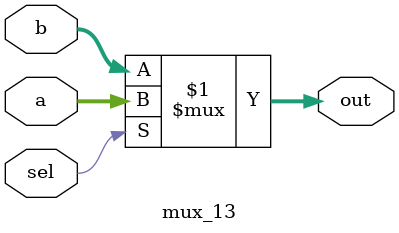
<source format=v>
module multiplier(a,b,c);

input [12:0]a,b;
output [12:0]c;

wire [12:0]c,d;
wire [11:0]e;

 //-----d=Lb------------------------------

assign d[0]=(a[0]&b[0]);
assign d[1]=(a[1]&b[0])^(a[0]&b[1]);
assign d[2]=(a[2]&b[0])^(a[1]&b[1])^(a[0]&b[2]);
assign d[3]=(a[3]&b[0])^(a[2]&b[1])^(a[1]&b[2])^(a[0]&b[3]);
assign d[4]=(a[4]&b[0])^(a[3]&b[1])^(a[2]&b[2])^(a[1]&b[3])^(a[0]&b[4]);
assign d[5]=(a[5]&b[0])^(a[4]&b[1])^(a[3]&b[2])^(a[2]&b[3])^(a[1]&b[4])^(a[0]&b[5]);
assign d[6]=(a[6]&b[0])^(a[5]&b[1])^(a[4]&b[2])^(a[3]&b[3])^(a[2]&b[4])^(a[1]&b[5])^(a[0]&b[6]);
assign d[7]=(a[7]&b[0])^(a[6]&b[1])^(a[5]&b[2])^(a[4]&b[3])^(a[3]&b[4])^(a[2]&b[5])^(a[1]&b[6])^(a[0]&b[7]);
assign d[8]=(a[8]&b[0])^(a[7]&b[1])^(a[6]&b[2])^(a[5]&b[3])^(a[4]&b[4])^(a[3]&b[5])^(a[2]&b[6])^(a[1]&b[7])^(a[0]&b[8]);
assign d[9]=(a[9]&b[0])^(a[8]&b[1])^(a[7]&b[2])^(a[6]&b[3])^(a[5]&b[4])^(a[4]&b[5])^(a[3]&b[6])^(a[2]&b[7])^(a[1]&b[8])^(a[0]&b[9]);
assign d[10]=(a[10]&b[0])^(a[9]&b[1])^(a[8]&b[2])^(a[7]&b[3])^(a[6]&b[4])^(a[5]&b[5])^(a[4]&b[6])^(a[3]&b[7])^(a[2]&b[8])^(a[1]&b[9])^(a[0]&b[10]);
assign d[11]=(a[11]&b[0])^(a[10]&b[1])^(a[9]&b[2])^(a[8]&b[3])^(a[7]&b[4])^(a[6]&b[5])^(a[5]&b[6])^(a[4]&b[7])^(a[3]&b[8])^(a[2]&b[9])^(a[1]&b[10])^(a[0]&b[11]);
assign d[12]=(a[12]&b[0])^(a[11]&b[1])^(a[10]&b[2])^(a[9]&b[3])^(a[8]&b[4])^(a[7]&b[5])^(a[6]&b[6])^(a[5]&b[7])^(a[4]&b[8])^(a[3]&b[9])^(a[2]&b[10])^(a[1]&b[11])^(a[0]&b[12]);




//--------e=Ub----------------------------------------
assign e[0]=(a[12]&b[1])^(a[11]&b[2])^(a[10]&b[3])^(a[9]&b[4])^(a[8]&b[5])^(a[7]&b[6])^(a[6]&b[7])^(a[5]&b[8])^(a[4]&b[9])^(a[3]&b[10])^(a[2]&b[11])^(a[1]&b[12]);
assign e[1]=(a[12]&b[2])^(a[11]&b[3])^(a[10]&b[4])^(a[9]&b[5])^(a[8]&b[6])^(a[7]&b[7])^(a[6]&b[8])^(a[5]&b[9])^(a[4]&b[10])^(a[3]&b[11])^(a[2]&b[12]);
assign e[2]=(a[12]&b[3])^(a[11]&b[4])^(a[10]&b[5])^(a[9]&b[6])^(a[8]&b[7])^(a[7]&b[8])^(a[6]&b[9])^(a[5]&b[10])^(a[4]&b[11])^(a[3]&b[12]);
assign e[3]=(a[12]&b[4])^(a[11]&b[5])^(a[10]&b[6])^(a[9]&b[7])^(a[8]&b[8])^(a[7]&b[9])^(a[6]&b[10])^(a[5]&b[11])^(a[4]&b[12]);
assign e[4]=(a[12]&b[5])^(a[11]&b[6])^(a[10]&b[7])^(a[9]&b[8])^(a[8]&b[9])^(a[7]&b[10])^(a[6]&b[11])^(a[5]&b[12]);
assign e[5]=(a[12]&b[6])^(a[11]&b[7])^(a[10]&b[8])^(a[9]&b[9])^(a[8]&b[10])^(a[7]&b[11])^(a[6]&b[12]);
assign e[6]=(a[12]&b[7])^(a[11]&b[8])^(a[10]&b[9])^(a[9]&b[10])^(a[8]&b[11])^(a[7]&b[12]);
assign e[7]=(a[12]&b[8])^(a[11]&b[9])^(a[10]&b[10])^(a[9]&b[11])^(a[8]&b[12]);
assign e[8]=(a[12]&b[9])^(a[11]&b[10])^(a[10]&b[11])^(a[9]&b[12]);
assign e[9]=(a[12]&b[10])^(a[11]&b[11])^(a[10]&b[12]);
assign e[10]=(a[12]&b[11])^(a[11]&b[12]);
assign e[11]=(a[12]&b[12]);

//----------c=d+Q^t+e--------------------------------------
assign c[0]=d[0]^e[0] ^e[9] ^e[10] ;
assign c[1]=d[1]^e[0] ^e[1] ^e[9] ^e[11] ;
assign c[2]=d[2]^e[1] ^e[2] ^e[10] ;
assign c[3]=d[3]^e[0] ^e[2] ^e[3] ^e[9] ^e[10] ^e[11] ;
assign c[4]=d[4]^e[0] ^e[1] ^e[3] ^e[4] ^e[9] ^e[11] ;
assign c[5]=d[5]^e[1] ^e[2] ^e[4] ^e[5] ^e[10] ;
assign c[6]=d[6]^e[2] ^e[3] ^e[5] ^e[6] ^e[11] ;
assign c[7]=d[7]^e[3] ^e[4] ^e[6] ^e[7] ;
assign c[8]=d[8]^e[4] ^e[5] ^e[7] ^e[8] ;
assign c[9]=d[9]^e[5] ^e[6] ^e[8] ^e[9] ;
assign c[10]=d[10]^e[6] ^e[7] ^e[9] ^e[10] ;
assign c[11]=d[11]^e[7] ^e[8] ^e[10] ^e[11] ;
assign c[12]=d[12]^e[8] ^e[9] ^e[11] ;



  

endmodule


module multiplier_column8_p16(b,P1,P2,P3,P4,P5,P6,P7,P8,
                                P9,P10,P11,P12,P13,P14,P15,P16);

input [12:0]b;
output [12:0]P1,P2,P3,P4,P5,P6,P7,P8,P9,P10,P11,P12,P13,P14,P15,P16; 

//wire[415:0]P;

wire	[207:0]P;

wire BBM1,BBM2,BBM3,BBM4,BBM5,BBM6,BBM7,BBM8,BBM9,BBM10,
BBM11,BBM12,BBM13,BBM14,BBM15,BBM16,BBM17,BBM18,BBM19,BBM20,
BBM21,BBM22,BBM23,BBM24,BBM25,BBM26,BBM27,BBM28,BBM29,BBM30,
BBM31,BBM32,BBM33,BBM34,BBM35,BBM36,BBM37,BBM38,BBM39,BBM40,
BBM41,BBM42,BBM43,BBM44,BBM45,BBM46,BBM47,BBM48,BBM49,BBM50,
BBM51,BBM52,BBM53,BBM54,BBM55,BBM56,BBM57,BBM58,BBM59,BBM60,
BBM61,BBM62,BBM63,BBM64,BBM65,BBM66,BBM67,BBM68,BBM69,BBM70,
BBM71,BBM72,BBM73,BBM74,BBM75,BBM76,BBM77,BBM78,BBM79,BBM80,
BBM81,BBM82,BBM83,BBM84,BBM85,BBM86,BBM87,BBM88,BBM89,BBM90,
BBM91,BBM92,BBM93,BBM94,BBM95,BBM96,BBM97,BBM98,BBM99,BBM100,
BBM101,BBM102,BBM103,BBM104,BBM105,BBM106,BBM107,BBM108,BBM109,BBM110,
BBM111,BBM112,BBM113,BBM114,BBM115,BBM116,BBM117,BBM118,BBM119,BBM120,
BBM121,BBM122,BBM123,BBM124,BBM125,BBM126,BBM127,BBM128,BBM129,BBM130,
BBM131,BBM132,BBM133,BBM134,BBM135,BBM136,BBM137,BBM138,BBM139,BBM140,
BBM141,BBM142,BBM143,BBM144,BBM145,BBM146,BBM147,BBM148,BBM149,BBM150,
BBM151,BBM152,BBM153,BBM154,BBM155,BBM156,BBM157,BBM158,BBM159,BBM160,
BBM161,BBM162,BBM163,BBM164,BBM165,BBM166,BBM167,BBM168,BBM169,BBM170,
BBM171,BBM172,BBM173,BBM174,BBM175,BBM176,BBM177,BBM178,BBM179,BBM180,
BBM181,BBM182,BBM183,BBM184,BBM185,BBM186,BBM187,BBM188,BBM189,BBM190,
BBM191,BBM192,BBM193,BBM194,BBM195,BBM196,BBM197,BBM198,BBM199,BBM200,
BBM201,BBM202,BBM203,BBM204,BBM205,BBM206,BBM207,BBM208,BBM209,BBM210,
BBM211,BBM212,BBM213,BBM214,BBM215,BBM216,BBM217,BBM218,BBM219,BBM220,
BBM221,BBM222,BBM223,BBM224,BBM225,BBM226,BBM227,BBM228,BBM229,BBM230,
BBM231;

assign BBM1=BBM4^BBM186;
assign BBM2=BBM5^BBM167;
assign BBM3=BBM24^BBM188;
assign BBM4=BBM25^BBM176;
assign BBM5=BBM42^BBM189;
assign BBM6=BBM11^b[3];
assign BBM7=BBM43^BBM190;
assign BBM8=BBM43^BBM191;
assign BBM9=BBM26^BBM181;
assign BBM10=BBM44^b[0];
assign BBM11=BBM33^b[2];
assign BBM12=BBM41^b[12];
assign BBM13=BBM48^BBM193;
assign BBM14=BBM39^b[0];
assign BBM15=BBM45^b[4];
assign BBM16=BBM46^b[2];
assign BBM17=BBM47^BBM210;
assign BBM18=BBM46^b[3];
assign BBM19=BBM44^b[2];
assign BBM20=BBM53^BBM167;
assign BBM21=BBM51^BBM190;
assign BBM22=BBM59^b[5];
assign BBM23=BBM60^b[1];
assign BBM24=BBM83^BBM194;
assign BBM25=BBM59^b[9];
assign BBM26=BBM54^b[3];
assign BBM27=BBM57^b[0];
assign BBM28=BBM58^b[3];
assign BBM29=BBM62^b[3];
assign BBM30=BBM63^b[11];
assign BBM31=BBM62^b[1];
assign BBM32=BBM84^BBM195;
assign BBM33=BBM64^b[7];
assign BBM34=BBM92^BBM183;
assign BBM35=BBM79^BBM177;
assign BBM36=BBM60^b[3];
assign BBM37=BBM63^b[1];
assign BBM38=BBM78^BBM174;
assign BBM39=BBM93^BBM197;
assign BBM40=BBM56^b[4];
assign BBM41=BBM75^b[1]^b[4];
assign BBM42=BBM88^BBM197;
assign BBM43=BBM102^BBM184^b[7];
assign BBM44=BBM98^BBM153;
assign BBM45=BBM64^b[2];
assign BBM46=BBM81^BBM179;
assign BBM47=BBM116^BBM198;
assign BBM48=BBM74^b[6];
assign BBM49=BBM69^b[5];
assign BBM50=BBM92^b[6];
assign BBM51=BBM82^b[2];
assign BBM52=BBM77^b[3];
assign BBM53=BBM123^b[0]^b[6];
assign BBM54=BBM86^b[8];
assign BBM55=BBM108^BBM199;
assign BBM56=BBM95^b[11];
assign BBM57=BBM93^b[9];
assign BBM58=BBM72^b[6];
assign BBM59=BBM123^BBM163;
assign BBM60=BBM95^b[8];
assign BBM62=BBM107^BBM172;
assign BBM63=BBM124^BBM164;
assign BBM64=BBM91^b[5];
assign BBM65=BBM134^BBM202;
assign BBM66=BBM125^b[6];
assign BBM67=BBM119^b[4];
assign BBM68=BBM120^b[5];
assign BBM69=BBM106^b[12];
assign BBM70=BBM136^b[0]^b[3];
assign BBM71=BBM126^b[2];
assign BBM72=BBM103^b[0];
assign BBM73=BBM147^BBM177;
assign BBM74=BBM113^b[12];
assign BBM75=BBM104^b[8];
assign BBM76=BBM149^BBM199;
assign BBM77=BBM135^BBM204;
assign BBM78=BBM126^b[0];
assign BBM79=BBM140^BBM194;
assign BBM80=BBM112^b[0];
assign BBM81=BBM115^b[1];
assign BBM82=BBM125^b[7];
assign BBM83=BBM152^BBM170;
assign BBM84=BBM122^b[0];
assign BBM85=BBM139^BBM198;
assign BBM86=BBM138^BBM180;
assign BBM87=BBM154^BBM207;
assign BBM88=BBM101^b[12];
assign BBM89=BBM126^b[6];
assign BBM90=BBM118^b[0];
assign BBM91=BBM117^b[6];
assign BBM92=BBM131^BBM169;
assign BBM93=BBM137^BBM173;
assign BBM95=BBM99^b[5];
assign BBM96=BBM150^b[9];
assign BBM97=BBM142^b[10];
assign BBM98=BBM143^b[12];
assign BBM99=BBM131^b[7];
assign BBM100=BBM154^b[2];
assign BBM101=BBM170^b[2]^b[8];
assign BBM102=BBM148^b[6];
assign BBM103=BBM129^b[4];
assign BBM104=BBM174^BBM197;
assign BBM105=BBM134^b[5];
assign BBM106=BBM153^b[3];
assign BBM107=BBM156^b[4];
assign BBM108=BBM161^BBM170;
assign BBM109=BBM162^BBM210;
assign BBM111=BBM177^BBM211;
assign BBM112=BBM174^b[4]^b[8];
assign BBM113=BBM158^b[7];
assign BBM115=BBM181^BBM206;
assign BBM116=BBM150^b[3];
assign BBM117=BBM160^b[12];
assign BBM118=BBM156^b[10];
assign BBM119=BBM160^b[3];
assign BBM120=BBM158^b[12];
assign BBM121=BBM165^BBM176;
assign BBM122=BBM141^b[12];
assign BBM123=BBM165^BBM218;
assign BBM124=BBM151^b[4];
assign BBM125=BBM168^BBM186;
assign BBM126=BBM182^BBM215;
assign BBM129=BBM211^b[5];
assign BBM130=BBM166^b[8];
assign BBM131=BBM171^b[10];
assign BBM132=BBM209^b[6];
assign BBM133=BBM178^b[6];
assign BBM134=BBM218^b[0];
assign BBM135=BBM171^b[5];
assign BBM136=BBM167^b[8];
assign BBM137=BBM169^b[4];
assign BBM138=BBM168^b[6];
assign BBM139=BBM206^b[0];
assign BBM140=BBM210^b[5];
assign BBM141=BBM172^b[7];
assign BBM142=BBM162^b[9];
assign BBM143=BBM194^b[9];
assign BBM144=BBM170^b[11];
assign BBM145=BBM164^b[1];
assign BBM147=BBM166^b[11];
assign BBM148=BBM172^b[11];
assign BBM149=BBM189^b[5];
assign BBM150=BBM161^b[8];
assign BBM151=BBM174^b[0];
assign BBM152=BBM204^b[9];
assign BBM153=BBM162^b[4];
assign BBM154=BBM167^b[7];
assign BBM156=BBM194^b[12];
assign BBM157=BBM166^b[9];
assign BBM158=BBM190^b[2];
assign BBM160=BBM199^b[0];
assign BBM61=b[1]^b[2]^b[6]^b[7]^b[8]^b[12];
assign BBM94=b[1]^b[4]^b[5]^b[9]^b[10];
assign BBM110=b[6]^b[7]^b[9]^b[10];
assign BBM114=b[2]^b[3]^b[7]^b[8];
assign BBM127=b[4]^b[8]^b[10]^b[11];
assign BBM128=b[7]^b[9]^b[10]^b[12];
assign BBM146=b[7]^b[8]^b[10];
assign BBM155=b[0]^b[7]^b[11];
assign BBM159=b[5]^b[6]^b[8];
assign BBM161=b[5]^b[6];
assign BBM162=b[6]^b[7];
assign BBM163=b[1]^b[10];
assign BBM164=b[2]^b[12];
assign BBM165=b[3]^b[12];
assign BBM166=b[7]^b[10];
assign BBM167=b[1]^b[9];
assign BBM168=b[1]^b[12];
assign BBM169=b[1]^b[2];
assign BBM170=b[0]^b[10];
assign BBM171=b[9]^b[12];
assign BBM172=b[2]^b[5];
assign BBM173=b[3]^b[10];
assign BBM174=b[3]^b[9];
assign BBM175=b[3]^b[4];
assign BBM176=b[4]^b[6];
assign BBM177=b[2]^b[3];
assign BBM178=b[10]^b[12];
assign BBM179=b[6]^b[8];
assign BBM180=b[2]^b[7];
assign BBM181=b[9]^b[10];
assign BBM182=b[4]^b[11];
assign BBM183=b[3]^b[8];
assign BBM184=b[0]^b[9];
assign BBM185=b[5]^b[12];
assign BBM186=b[0]^b[8];
assign BBM187=b[1]^b[9];
assign BBM188=b[3]^b[5];
assign BBM189=b[4]^b[7];
assign BBM190=b[4]^b[10];
assign BBM191=b[1]^b[8];
assign BBM192=b[6]^b[7];
assign BBM193=b[5]^b[9];
assign BBM194=b[8]^b[11];
assign BBM195=b[4]^b[9];
assign BBM196=b[3]^b[8];
assign BBM197=b[5]^b[11];
assign BBM198=b[10]^b[11];
assign BBM199=b[1]^b[11];
assign BBM200=b[1]^b[10];
assign BBM201=b[2]^b[5];
assign BBM202=b[8]^b[9];
assign BBM203=b[2]^b[3];
assign BBM204=b[2]^b[6];
assign BBM205=b[0]^b[10];
assign BBM206=b[4]^b[5];
assign BBM207=b[11]^b[12];
assign BBM208=b[2]^b[10];
assign BBM209=b[9]^b[11];
assign BBM210=b[0]^b[1];
assign BBM211=b[7]^b[8];
assign BBM212=b[4]^b[10];
assign BBM213=b[4]^b[6];
assign BBM214=b[0]^b[8];
assign BBM215=b[8]^b[10];
assign BBM216=b[1]^b[12];
assign BBM217=b[7]^b[9];
assign BBM218=b[7]^b[11];
assign BBM219=b[8]^b[11];
assign BBM220=b[7]^b[10];
assign BBM221=b[5]^b[6];
assign BBM222=b[1]^b[11];
assign BBM223=b[6]^b[7];
assign BBM224=b[1]^b[9];
assign BBM225=b[1]^b[12];
assign BBM226=b[0]^b[10];
assign BBM227=b[2]^b[5];
assign BBM228=b[4]^b[6];
assign BBM229=b[2]^b[3];
assign BBM230=b[3]^b[8];
assign BBM231=b[5];


assign P[1]=BBM161;
assign P[2]=BBM162;
assign P[3]=BBM129;
assign P[4]=BBM96;
assign P[5]=BBM97;
assign P[6]=BBM130^b[11];
assign P[7]=BBM98;
assign P[8]=BBM131^b[0];
assign P[9]=BBM163^b[11];
assign P[10]=BBM164^b[11];
assign P[11]=BBM165;
assign P[13]=BBM97;
assign P[14]=BBM132^b[8];
assign P[15]=BBM99;
assign P[16]=BBM65^b[6];
assign P[17]=BBM66;
assign P[18]=BBM100;
assign P[19]=BBM101^b[3];
assign P[20]=BBM67^b[9];
assign P[21]=BBM68^b[1];
assign P[22]=BBM102^b[3];
assign P[23]=BBM69;
assign P[24]=BBM103;
assign P[25]=BBM96;
assign P[26]=BBM100;
assign P[27]=BBM70^BBM166;
assign P[28]=BBM71^BBM167;
assign P[29]=BBM22^b[0];
assign P[30]=BBM10;
assign P[31]=BBM23;
assign P[32]=BBM24;
assign P[33]=BBM25;
assign P[34]=BBM71^b[12];
assign P[35]=BBM104^b[12];
assign P[36]=BBM133^b[4];
assign P[37]=BBM105;
assign P[38]=BBM66;
assign P[39]=BBM23;
assign P[40]=BBM11;
assign P[41]=BBM26^b[0];
assign P[42]=BBM68^b[3];
assign P[43]=BBM1;
assign P[44]=BBM2;
assign P[45]=BBM3^BBM168;
assign P[46]=BBM4^b[2];
assign P[47]=BBM5^b[3];
assign P[48]=BBM12^b[6];
assign P[49]=BBM13;
assign P[50]=BBM47^b[7];
assign P[51]=BBM10;
assign P[52]=BBM2;
assign P[53]=BBM106;
assign P[54]=BBM72;
assign P[55]=BBM48^b[11];
assign P[56]=BBM27;
assign P[57]=BBM14;
assign P[58]=BBM15^b[3];
assign P[59]=BBM49^BBM169;
assign P[60]=BBM28^b[2];
assign P[61]=BBM28^BBM167;
assign P[62]=BBM16^b[7];
assign P[63]=BBM3^b[7];
assign P[64]=BBM1;
assign P[65]=BBM14;
assign P[66]=BBM133;
assign P[67]=BBM134;
assign P[68]=BBM29^b[10];
assign P[69]=BBM50;
assign P[70]=BBM73;
assign P[71]=BBM107^b[3];
assign P[72]=BBM135^b[4];
assign P[73]=BBM108;
assign P[74]=BBM109^b[11];
assign P[75]=BBM51;
assign P[76]=BBM70^b[2];
assign P[77]=BBM27;
assign P[78]=BBM73;
assign P[79]=BBM74^b[8];
assign P[80]=BBM75;
assign P[81]=BBM30^BBM162;
assign P[82]=BBM31;
assign P[83]=BBM52;
assign P[84]=BBM106^BBM170;
assign P[85]=BBM76^b[8];
assign P[86]=BBM77^b[8];
assign P[87]=BBM97^b[3];
assign P[88]=BBM78^b[7];
assign P[89]=BBM79^BBM171;
assign P[90]=BBM50;
assign P[91]=BBM52;
assign P[92]=BBM32^b[10];
assign P[93]=BBM17;
assign P[94]=BBM76^b[3];
assign P[95]=BBM80;
assign P[96]=BBM81;
assign P[97]=BBM102^b[10];
assign P[98]=BBM53;
assign P[99]=BBM82^b[4];
assign P[100]=BBM136^BBM172;
assign P[101]=BBM83^b[3];
assign P[102]=BBM67^BBM166;
assign P[103]=BBM31;
assign P[104]=BBM81;
assign P[105]=BBM132^BBM137;
assign P[106]=BBM84^BBM173;
assign P[107]=BBM47^b[9];
assign P[108]=BBM33;
assign P[109]=BBM54;
assign P[110]=BBM111^b[9];
assign P[111]=BBM112^b[10];
assign P[112]=BBM85^b[9];
assign P[113]=BBM55^b[12];
assign P[114]=BBM86^b[11];
assign P[115]=BBM111^b[12];
assign P[116]=BBM80;
assign P[117]=BBM54;
assign P[118]=BBM138^BBM174;
assign P[119]=BBM113;
assign P[120]=BBM6;
assign P[121]=BBM175;
assign P[122]=BBM139;
assign P[123]=BBM140^b[6];
assign P[124]=BBM109^b[2];
assign P[125]=BBM111^b[1];
assign P[126]=BBM112^b[2];
assign P[127]=BBM115^b[3];
assign P[128]=BBM85^b[6];
assign P[129]=BBM33;
assign P[130]=BBM139;
assign P[131]=BBM176^b[1];
assign P[132]=BBM141;
assign P[133]=BBM116^b[4];
assign P[134]=BBM142;
assign P[135]=BBM130;
assign P[136]=BBM143;
assign P[137]=BBM131;
assign P[138]=BBM144;
assign P[139]=BBM117;
assign P[140]=BBM145;
assign P[141]=BBM177;
assign P[142]=BBM175;
assign P[143]=BBM130;
assign P[144]=BBM147^b[9];
assign P[145]=BBM118;
assign P[146]=BBM65^BBM178;
assign P[147]=BBM87;
assign P[148]=BBM88;
assign P[149]=BBM119^b[9];
assign P[150]=BBM120^b[1];
assign P[151]=BBM148^b[3];
assign P[152]=BBM121;
assign P[153]=BBM149;
assign P[154]=BBM150;
assign P[155]=BBM142;
assign P[156]=BBM88;
assign P[157]=BBM34^b[11];
assign P[158]=BBM30^b[10];
assign P[159]=BBM35^b[4];
assign P[160]=BBM18;
assign P[161]=BBM7;
assign P[162]=BBM22^BBM179;
assign P[163]=BBM19;
assign P[164]=BBM36;
assign P[165]=BBM89^b[9];
assign P[166]=BBM56;
assign P[167]=BBM90^b[6];
assign P[168]=BBM87;
assign P[169]=BBM7;
assign P[170]=BBM37^b[8];
assign P[171]=BBM57^b[5];
assign P[172]=BBM151^b[7];
assign P[173]=BBM8;
assign P[174]=BBM9;
assign P[175]=BBM38^BBM180;
assign P[176]=BBM12^BBM170;
assign P[177]=BBM15^BBM181;
assign P[178]=BBM6^b[10];
assign P[179]=BBM26^BBM182;
assign P[180]=BBM32^BBM183;
assign P[181]=BBM18;
assign P[182]=BBM9;
assign P[183]=BBM91^b[4];
assign P[184]=BBM122^b[1];
assign P[185]=BBM99^b[1];
assign P[186]=BBM20;
assign P[187]=BBM21;
assign P[188]=BBM35^b[9];
assign P[189]=BBM27^b[6]^b[12];
assign P[190]=BBM39^b[7];
assign P[191]=BBM29^b[6];
assign P[192]=BBM49^BBM184;
assign P[193]=BBM58^BBM163;
assign P[194]=BBM8;
assign P[195]=BBM21;
assign P[196]=BBM40^b[3];
assign P[197]=BBM89^BBM185;
assign P[198]=BBM16^b[11];
assign P[199]=BBM41^b[6];
assign P[200]=BBM13^b[0];
assign P[201]=BBM17^b[7];
assign P[202]=BBM19^b[1];
assign P[203]=BBM36^b[2];
assign P[204]=BBM38^b[6];
assign P[205]=BBM40^b[1];
assign P[206]=BBM42^b[6];
assign P[207]=BBM20;
assign P[0]=b[5];
assign P[12]=b[4];


assign P1[12:0]=P[12:0];
assign P2[12:0]=P[25:13];
assign P3[12:0]=P[38:26];
assign P4[12:0]=P[51:39];
assign P5[12:0]=P[64:52];
assign P6[12:0]=P[77:65];
assign P7[12:0]=P[90:78];
assign P8[12:0]=P[103:91];
assign P9[12:0]=P[116:104];
assign P10[12:0]=P[129:117];
assign P11[12:0]=P[142:130];
assign P12[12:0]=P[155:143];
assign P13[12:0]=P[168:156];
assign P14[12:0]=P[181:169];
assign P15[12:0]=P[194:182];
assign P16[12:0]=P[207:195];









endmodule



module multiplier_column1_p16(b,P1,P2,P3,P4,P5,P6,P7,P8,
                                P9,P10,P11,P12,P13,P14,P15,P16);

input [12:0]b;
output [12:0]P1,P2,P3,P4,P5,P6,P7,P8,P9,P10,P11,P12,P13,P14,P15,P16; 

//wire[415:0]P;

wire	[207:0]P;

wire BBM1,BBM2,BBM3,BBM4,BBM5,BBM6,BBM7,BBM8,BBM9,BBM10,
BBM11,BBM12,BBM13,BBM14,BBM15,BBM16,BBM17,BBM18,BBM19,BBM20,
BBM21,BBM22,BBM23,BBM24,BBM25,BBM26,BBM27,BBM28,BBM29,BBM30,
BBM31,BBM32,BBM33,BBM34,BBM35,BBM36,BBM37,BBM38,BBM39,BBM40,
BBM41,BBM42,BBM43,BBM44,BBM45,BBM46,BBM47,BBM48,BBM49,BBM50,
BBM51,BBM52,BBM53,BBM54,BBM55,BBM56,BBM57,BBM58,BBM59,BBM60,
BBM61,BBM62,BBM63,BBM64,BBM65,BBM66,BBM67,BBM68,BBM69,BBM70,
BBM71,BBM72,BBM73,BBM74,BBM75,BBM76,BBM77,BBM78,BBM79,BBM80,
BBM81,BBM82,BBM83,BBM84,BBM85,BBM86,BBM87,BBM88,BBM89,BBM90,
BBM91,BBM92,BBM93,BBM94,BBM95,BBM96,BBM97,BBM98,BBM99,BBM100,
BBM101,BBM102,BBM103,BBM104,BBM105,BBM106,BBM107,BBM108,BBM109,BBM110,
BBM111,BBM112,BBM113,BBM114,BBM115,BBM116,BBM117,BBM118,BBM119,BBM120,
BBM121,BBM122,BBM123,BBM124,BBM125,BBM126,BBM127,BBM128,BBM129,BBM130,
BBM131,BBM132,BBM133,BBM134,BBM135,BBM136,BBM137,BBM138,BBM139,BBM140,
BBM141,BBM142,BBM143,BBM144,BBM145,BBM146,BBM147,BBM148,BBM149,BBM150,
BBM151,BBM152,BBM153,BBM154,BBM155,BBM156,BBM157,BBM158,BBM159,BBM160,
BBM161,BBM162,BBM163,BBM164,BBM165,BBM166,BBM167,BBM168,BBM169,BBM170,
BBM171,BBM172,BBM173,BBM174,BBM175,BBM176,BBM177,BBM178,BBM179,BBM180,
BBM181,BBM182,BBM183,BBM184,BBM185,BBM186,BBM187,BBM188,BBM189,BBM190,
BBM191,BBM192,BBM193,BBM194,BBM195,BBM196,BBM197,BBM198,BBM199,BBM200,
BBM201,BBM202,BBM203,BBM204,BBM205,BBM206,BBM207,BBM208;


assign BBM1=BBM37^BBM135;
assign BBM2=BBM59^BBM134;
assign BBM8=BBM95^BBM115;
assign BBM9=BBM98^BBM130;
assign BBM11=BBM59^b[12];
assign BBM13=BBM129^BBM136^b[8];
assign BBM22=BBM83^b[9];
assign BBM23=BBM85^b[8];
assign BBM24=BBM87^b[7];
assign BBM26=BBM89^b[6];
assign BBM28=BBM91^b[5];
assign BBM31=BBM93^b[4];
assign BBM37=BBM114^BBM127;
assign BBM41=BBM114^BBM135;
assign BBM42=BBM115^BBM118;
assign BBM49=BBM87^b[0];
assign BBM50=BBM120^b[1]^b[8];
assign BBM53=BBM89^b[12];
assign BBM54=BBM141^b[1]^b[2];
assign BBM57=BBM91^b[11];
assign BBM59=BBM117^b[0]^b[9];
assign BBM82=BBM114^b[11];
assign BBM83=BBM113^b[10];
assign BBM84=BBM117^b[10];
assign BBM85=BBM116^b[9];
assign BBM87=BBM118^b[8];
assign BBM89=BBM120^b[7];
assign BBM91=BBM121^b[6];
assign BBM93=BBM123^b[5];
assign BBM95=BBM124^b[4];
assign BBM97=BBM115^b[4];
assign BBM98=BBM126^b[3];
assign BBM100=BBM130^b[3];
assign BBM3=b[1]^b[2]^b[4]^b[5]^b[10]^b[12];
assign BBM4=b[0]^b[1]^b[3]^b[4]^b[9]^b[11];
assign BBM5=b[1]^b[2]^b[4]^b[5]^b[10]^b[12];
assign BBM6=b[0]^b[1]^b[3]^b[4]^b[9]^b[11];
assign BBM7=b[1]^b[2]^b[4]^b[5]^b[10]^b[12];
assign BBM10=b[3]^b[4]^b[6]^b[7]^b[12];
assign BBM12=b[2]^b[3]^b[5]^b[6]^b[11];
assign BBM14=b[3]^b[4]^b[6]^b[7]^b[12];
assign BBM15=b[2]^b[3]^b[5]^b[6]^b[11];
assign BBM16=b[0]^b[2]^b[3]^b[8]^b[10];
assign BBM17=b[3]^b[4]^b[6]^b[7]^b[12];
assign BBM18=b[2]^b[3]^b[5]^b[6]^b[11];
assign BBM19=b[3]^b[4]^b[6]^b[7]^b[12];
assign BBM20=b[2]^b[3]^b[5]^b[6]^b[11];
assign BBM21=b[3]^b[4]^b[6]^b[7]^b[12];
assign BBM25=b[0]^b[9]^b[10]^b[12];
assign BBM27=b[8]^b[9]^b[11]^b[12];
assign BBM29=b[7]^b[8]^b[10]^b[11];
assign BBM30=b[0]^b[9]^b[10]^b[12];
assign BBM32=b[6]^b[7]^b[9]^b[10];
assign BBM33=b[8]^b[9]^b[11]^b[12];
assign BBM34=b[5]^b[6]^b[8]^b[9];
assign BBM35=b[7]^b[8]^b[10]^b[11];
assign BBM36=b[0]^b[9]^b[10]^b[12];
assign BBM38=b[4]^b[5]^b[7]^b[8];
assign BBM39=b[6]^b[7]^b[9]^b[10];
assign BBM40=b[8]^b[9]^b[11]^b[12];
assign BBM43=b[5]^b[6]^b[8]^b[9];
assign BBM44=b[7]^b[8]^b[10]^b[11];
assign BBM45=b[0]^b[9]^b[10]^b[12];
assign BBM46=b[4]^b[5]^b[7]^b[8];
assign BBM47=b[6]^b[7]^b[9]^b[10];
assign BBM48=b[8]^b[9]^b[11]^b[12];
assign BBM51=b[5]^b[6]^b[8]^b[9];
assign BBM52=b[7]^b[8]^b[10]^b[11];
assign BBM55=b[4]^b[5]^b[7]^b[8];
assign BBM56=b[6]^b[7]^b[9]^b[10];
assign BBM58=b[5]^b[6]^b[8]^b[9];
assign BBM60=b[0]^b[9]^b[10]^b[12];
assign BBM61=b[8]^b[9]^b[11]^b[12];
assign BBM62=b[7]^b[8]^b[10]^b[11];
assign BBM63=b[6]^b[7]^b[9]^b[10];
assign BBM64=b[0]^b[9]^b[10]^b[12];
assign BBM65=b[4]^b[5]^b[7]^b[8];
assign BBM66=b[8]^b[9]^b[11]^b[12];
assign BBM67=b[5]^b[6]^b[8]^b[9];
assign BBM68=b[7]^b[8]^b[10]^b[11];
assign BBM69=b[6]^b[7]^b[9]^b[10];
assign BBM70=b[0]^b[9]^b[10]^b[12];
assign BBM71=b[4]^b[5]^b[7]^b[8];
assign BBM72=b[8]^b[9]^b[11]^b[12];
assign BBM73=b[5]^b[6]^b[8]^b[9];
assign BBM74=b[7]^b[8]^b[10]^b[11];
assign BBM75=b[6]^b[7]^b[9]^b[10];
assign BBM76=b[0]^b[9]^b[10]^b[12];
assign BBM77=b[4]^b[5]^b[7]^b[8];
assign BBM78=b[8]^b[9]^b[11]^b[12];
assign BBM79=b[5]^b[6]^b[8]^b[9];
assign BBM80=b[7]^b[8]^b[10]^b[11];
assign BBM81=b[6]^b[7]^b[9]^b[10];
assign BBM86=b[2]^b[11]^b[12];
assign BBM88=b[1]^b[10]^b[11];
assign BBM90=b[2]^b[11]^b[12];
assign BBM92=b[1]^b[10]^b[11];
assign BBM94=b[2]^b[11]^b[12];
assign BBM96=b[1]^b[10]^b[11];
assign BBM99=b[2]^b[11]^b[12];
assign BBM101=b[1]^b[10]^b[11];
assign BBM102=b[6]^b[8]^b[9];
assign BBM103=b[8]^b[10]^b[11];
assign BBM104=b[7]^b[9]^b[10];
assign BBM105=b[2]^b[11]^b[12];
assign BBM106=b[1]^b[10]^b[11];
assign BBM107=b[2]^b[11]^b[12];
assign BBM108=b[1]^b[10]^b[11];
assign BBM109=b[2]^b[11]^b[12];
assign BBM110=b[1]^b[10]^b[11];
assign BBM111=b[2]^b[11]^b[12];
assign BBM112=b[1]^b[10]^b[11];
assign BBM113=b[0]^b[12];
assign BBM114=b[2]^b[12];
assign BBM115=b[3]^b[12];
assign BBM116=b[11]^b[12];
assign BBM117=b[1]^b[11];
assign BBM118=b[10]^b[11];
assign BBM119=b[3]^b[12];
assign BBM120=b[9]^b[10];
assign BBM121=b[8]^b[9];
assign BBM122=b[3]^b[12];
assign BBM123=b[7]^b[8];
assign BBM124=b[6]^b[7];
assign BBM125=b[3]^b[12];
assign BBM126=b[5]^b[6];
assign BBM127=b[4]^b[5];
assign BBM128=b[3]^b[12];
assign BBM129=b[0]^b[2];
assign BBM130=b[2]^b[11];
assign BBM131=b[0]^b[7];
assign BBM132=b[1]^b[12];
assign BBM133=b[6]^b[8];
assign BBM134=b[3]^b[4];
assign BBM135=b[1]^b[10];
assign BBM136=b[3]^b[10];
assign BBM137=b[3]^b[12];
assign BBM138=b[4]^b[5];
assign BBM139=b[11]^b[12];
assign BBM140=b[8]^b[9];
assign BBM141=b[7]^b[9];
assign BBM142=b[0]^b[12];
assign BBM143=b[7]^b[8];
assign BBM144=b[6]^b[7];
assign BBM145=b[5]^b[6];
assign BBM146=b[2]^b[11];
assign BBM147=b[10]^b[11];
assign BBM148=b[11]^b[12];
assign BBM149=b[10]^b[11];
assign BBM150=b[3]^b[12];
assign BBM151=b[3]^b[12];
assign BBM152=b[2]^b[11];
assign BBM153=b[3]^b[12];
assign BBM154=b[3]^b[12];
assign BBM155=b[12];

assign P[1]=BBM113;
assign P[3]=BBM114;
assign P[4]=BBM115;
assign P[14]=BBM116;
assign P[15]=BBM113;
assign P[16]=BBM117;
assign P[17]=BBM82;
assign P[18]=BBM115;
assign P[27]=BBM118;
assign P[28]=BBM116;
assign P[29]=BBM83;
assign P[30]=BBM84;
assign P[31]=BBM82;
assign P[32]=BBM115;
assign P[40]=BBM120;
assign P[41]=BBM118;
assign P[42]=BBM85;
assign P[43]=BBM22;
assign P[44]=BBM84;
assign P[45]=BBM82;
assign P[46]=BBM115;
assign P[53]=BBM121;
assign P[54]=BBM120;
assign P[55]=BBM87;
assign P[56]=BBM23;
assign P[57]=BBM22;
assign P[58]=BBM84;
assign P[59]=BBM82;
assign P[60]=BBM115;
assign P[66]=BBM123;
assign P[67]=BBM121;
assign P[68]=BBM89;
assign P[69]=BBM24;
assign P[70]=BBM23;
assign P[71]=BBM22;
assign P[72]=BBM84;
assign P[73]=BBM82;
assign P[74]=BBM115;
assign P[79]=BBM124;
assign P[80]=BBM123;
assign P[81]=BBM91;
assign P[82]=BBM26;
assign P[83]=BBM24;
assign P[84]=BBM23;
assign P[85]=BBM22;
assign P[86]=BBM84;
assign P[87]=BBM82;
assign P[88]=BBM115;
assign P[92]=BBM126;
assign P[93]=BBM124;
assign P[94]=BBM93;
assign P[95]=BBM28;
assign P[96]=BBM26;
assign P[97]=BBM24;
assign P[98]=BBM23;
assign P[99]=BBM22;
assign P[100]=BBM84;
assign P[101]=BBM82;
assign P[102]=BBM115;
assign P[105]=BBM127;
assign P[106]=BBM126;
assign P[107]=BBM95;
assign P[108]=BBM31;
assign P[109]=BBM28;
assign P[110]=BBM26;
assign P[111]=BBM24;
assign P[112]=BBM23;
assign P[113]=BBM22;
assign P[114]=BBM84;
assign P[115]=BBM82;
assign P[116]=BBM115;
assign P[117]=BBM115;
assign P[118]=BBM97;
assign P[119]=BBM127;
assign P[120]=BBM98^b[12];
assign P[121]=BBM8;
assign P[122]=BBM31;
assign P[123]=BBM28;
assign P[124]=BBM26;
assign P[125]=BBM24;
assign P[126]=BBM23;
assign P[127]=BBM22;
assign P[128]=BBM84;
assign P[129]=BBM82;
assign P[130]=BBM82;
assign P[131]=BBM100;
assign P[132]=BBM97;
assign P[133]=BBM37^b[11];
assign P[134]=BBM9;
assign P[135]=BBM8;
assign P[136]=BBM31;
assign P[137]=BBM28;
assign P[138]=BBM26;
assign P[139]=BBM24;
assign P[140]=BBM23;
assign P[141]=BBM22;
assign P[142]=BBM84;
assign P[143]=BBM84;
assign P[144]=BBM41;
assign P[145]=BBM100;
assign P[146]=BBM42^b[1]^b[4];
assign P[147]=BBM1;
assign P[148]=BBM9;
assign P[149]=BBM8;
assign P[150]=BBM31;
assign P[151]=BBM28;
assign P[152]=BBM26;
assign P[153]=BBM24;
assign P[154]=BBM23;
assign P[155]=BBM22;
assign P[156]=BBM22;
assign P[157]=BBM11;
assign P[158]=BBM41;
assign P[159]=BBM22^BBM100;
assign P[160]=BBM2;
assign P[161]=BBM1;
assign P[162]=BBM9;
assign P[163]=BBM8;
assign P[164]=BBM31;
assign P[165]=BBM28;
assign P[166]=BBM26;
assign P[167]=BBM24;
assign P[168]=BBM23;
assign P[169]=BBM23;
assign P[170]=BBM49;
assign P[171]=BBM11;
assign P[172]=BBM50^BBM130;
assign P[173]=BBM13;
assign P[174]=BBM2;
assign P[175]=BBM1;
assign P[176]=BBM9;
assign P[177]=BBM8;
assign P[178]=BBM31;
assign P[179]=BBM28;
assign P[180]=BBM26;
assign P[181]=BBM24;
assign P[182]=BBM24;
assign P[183]=BBM53;
assign P[184]=BBM49;
assign P[185]=BBM22^BBM123^b[1];
assign P[186]=BBM54;
assign P[187]=BBM13;
assign P[188]=BBM2;
assign P[189]=BBM1;
assign P[190]=BBM9;
assign P[191]=BBM8;
assign P[192]=BBM31;
assign P[193]=BBM28;
assign P[194]=BBM26;
assign P[195]=BBM26;
assign P[196]=BBM57;
assign P[197]=BBM53;
assign P[198]=BBM57^BBM131;
assign P[199]=BBM113^BBM133^b[1];
assign P[200]=BBM54;
assign P[201]=BBM13;
assign P[202]=BBM2;
assign P[203]=BBM1;
assign P[204]=BBM9;
assign P[205]=BBM8;
assign P[206]=BBM31;
assign P[207]=BBM28;
assign P[0]=b[12];
assign P[2]=b[1];
assign P[5]=b[4];
assign P[6]=b[5];
assign P[7]=b[6];
assign P[8]=b[7];
assign P[9]=b[8];
assign P[10]=b[9];
assign P[11]=b[10];
assign P[12]=b[11];
assign P[13]=b[11];
assign P[19]=b[4];
assign P[20]=b[5];
assign P[21]=b[6];
assign P[22]=b[7];
assign P[23]=b[8];
assign P[24]=b[9];
assign P[25]=b[10];
assign P[26]=b[10];
assign P[33]=b[4];
assign P[34]=b[5];
assign P[35]=b[6];
assign P[36]=b[7];
assign P[37]=b[8];
assign P[38]=b[9];
assign P[39]=b[9];
assign P[47]=b[4];
assign P[48]=b[5];
assign P[49]=b[6];
assign P[50]=b[7];
assign P[51]=b[8];
assign P[52]=b[8];
assign P[61]=b[4];
assign P[62]=b[5];
assign P[63]=b[6];
assign P[64]=b[7];
assign P[65]=b[7];
assign P[75]=b[4];
assign P[76]=b[5];
assign P[77]=b[6];
assign P[78]=b[6];
assign P[89]=b[4];
assign P[90]=b[5];
assign P[91]=b[5];
assign P[103]=b[4];
assign P[104]=b[4];



assign P1[12:0]=P[12:0];
assign P2[12:0]=P[25:13];
assign P3[12:0]=P[38:26];
assign P4[12:0]=P[51:39];
assign P5[12:0]=P[64:52];
assign P6[12:0]=P[77:65];
assign P7[12:0]=P[90:78];
assign P8[12:0]=P[103:91];
assign P9[12:0]=P[116:104];
assign P10[12:0]=P[129:117];
assign P11[12:0]=P[142:130];
assign P12[12:0]=P[155:143];
assign P13[12:0]=P[168:156];
assign P14[12:0]=P[181:169];
assign P15[12:0]=P[194:182];
assign P16[12:0]=P[207:195];









endmodule



module multiplier_column2_p16(b,P1,P2,P3,P4,P5,P6,P7,P8,
                                P9,P10,P11,P12,P13,P14,P15,P16);

input [12:0]b;
output [12:0]P1,P2,P3,P4,P5,P6,P7,P8,P9,P10,P11,P12,P13,P14,P15,P16; 

//wire[415:0]P;

wire	[207:0]P;

wire BBM1,BBM2,BBM3,BBM4,BBM5,BBM6,BBM7,BBM8,BBM9,BBM10,
BBM11,BBM12,BBM13,BBM14,BBM15,BBM16,BBM17,BBM18,BBM19,BBM20,
BBM21,BBM22,BBM23,BBM24,BBM25,BBM26,BBM27,BBM28,BBM29,BBM30,
BBM31,BBM32,BBM33,BBM34,BBM35,BBM36,BBM37,BBM38,BBM39,BBM40,
BBM41,BBM42,BBM43,BBM44,BBM45,BBM46,BBM47,BBM48,BBM49,BBM50,
BBM51,BBM52,BBM53,BBM54,BBM55,BBM56,BBM57,BBM58,BBM59,BBM60,
BBM61,BBM62,BBM63,BBM64,BBM65,BBM66,BBM67,BBM68,BBM69,BBM70,
BBM71,BBM72,BBM73,BBM74,BBM75,BBM76,BBM77,BBM78,BBM79,BBM80,
BBM81,BBM82,BBM83,BBM84,BBM85,BBM86,BBM87,BBM88,BBM89,BBM90,
BBM91,BBM92,BBM93,BBM94,BBM95,BBM96,BBM97,BBM98,BBM99,BBM100,
BBM101,BBM102,BBM103,BBM104,BBM105,BBM106,BBM107,BBM108,BBM109,BBM110,
BBM111,BBM112,BBM113,BBM114,BBM115,BBM116,BBM117,BBM118,BBM119,BBM120,
BBM121,BBM122,BBM123,BBM124,BBM125,BBM126,BBM127,BBM128,BBM129,BBM130,
BBM131,BBM132,BBM133,BBM134,BBM135,BBM136,BBM137,BBM138,BBM139,BBM140,
BBM141,BBM142,BBM143,BBM144,BBM145,BBM146,BBM147,BBM148,BBM149,BBM150,
BBM151,BBM152,BBM153,BBM154,BBM155,BBM156,BBM157,BBM158,BBM159,BBM160,
BBM161,BBM162,BBM163,BBM164,BBM165,BBM166,BBM167,BBM168,BBM169,BBM170,
BBM171,BBM172,BBM173,BBM174,BBM175,BBM176,BBM177,BBM178,BBM179,BBM180,
BBM181,BBM182,BBM183,BBM184,BBM185,BBM186,BBM187,BBM188,BBM189,BBM190,
BBM191,BBM192,BBM193,BBM194,BBM195,BBM196,BBM197,BBM198,BBM199,BBM200,
BBM201,BBM202,BBM203,BBM204,BBM205,BBM206,BBM207,BBM208;


assign BBM1=BBM8^BBM142;
assign BBM2=BBM19^BBM171^b[8];
assign BBM3=BBM16^BBM143;
assign BBM5=BBM45^BBM144;
assign BBM6=BBM29^BBM176;
assign BBM8=BBM49^BBM177;
assign BBM9=BBM29^b[6];
assign BBM10=BBM47^BBM177;
assign BBM16=BBM34^b[6];
assign BBM17=BBM75^b[0]^b[6];
assign BBM18=BBM76^b[3]^b[11];
assign BBM19=BBM49^b[7];
assign BBM20=BBM76^BBM179;
assign BBM21=BBM83^BBM145;
assign BBM29=BBM57^BBM178;
assign BBM34=BBM113^b[1]^b[4];
assign BBM35=BBM74^b[1];
assign BBM36=BBM75^b[1];
assign BBM37=BBM96^b[3]^b[4];
assign BBM40=BBM115^BBM180;
assign BBM43=BBM106^b[0]^b[1];
assign BBM45=BBM114^BBM168;
assign BBM46=BBM146^BBM147;
assign BBM47=BBM73^b[10];
assign BBM49=BBM113^b[0]^b[5];
assign BBM53=BBM117^b[3];
assign BBM54=BBM138^BBM162;
assign BBM55=BBM146^BBM184;
assign BBM57=BBM139^BBM181;
assign BBM58=BBM114^b[0];
assign BBM60=BBM141^BBM168;
assign BBM64=BBM129^b[3]^b[5];
assign BBM67=BBM116^b[10];
assign BBM71=BBM144^b[5]^b[10];
assign BBM72=BBM116^b[7];
assign BBM73=BBM117^b[5];
assign BBM74=BBM115^b[5];
assign BBM75=BBM140^BBM183;
assign BBM76=BBM100^b[1];
assign BBM82=BBM154^BBM157;
assign BBM83=BBM158^BBM159;
assign BBM84=BBM129^b[8];
assign BBM85=BBM160^BBM162;
assign BBM86=BBM131^b[6];
assign BBM88=BBM145^b[12];
assign BBM89=BBM133^b[4];
assign BBM96=BBM155^b[0]^b[9];
assign BBM100=BBM131^b[12];
assign BBM101=BBM143^b[1];
assign BBM104=BBM178^b[6]^b[10];
assign BBM105=BBM167^BBM168;
assign BBM106=BBM175^b[7]^b[12];
assign BBM113=BBM153^BBM184;
assign BBM114=BBM142^b[12];
assign BBM115=BBM137^b[4];
assign BBM116=BBM160^BBM173;
assign BBM117=BBM147^b[4];
assign BBM128=BBM153^b[2];
assign BBM129=BBM153^b[9];
assign BBM130=BBM155^b[10];
assign BBM131=BBM157^b[7];
assign BBM133=BBM159^b[5];
assign BBM137=BBM183^b[12];
assign BBM138=BBM165^b[11];
assign BBM139=BBM170^b[8];
assign BBM140=BBM160^b[11];
assign BBM141=BBM181^b[4];
assign BBM143=BBM177^b[7];
assign BBM144=BBM166^b[4];
assign BBM145=BBM162^b[3];
assign BBM146=BBM172^b[0];
assign BBM147=BBM163^b[12];
assign BBM4=b[0]^b[2]^b[3]^b[4]^b[5]^b[7]^b[8]^b[10]^b[11]^b[12];
assign BBM7=b[1]^b[3]^b[4]^b[5]^b[6]^b[8]^b[9]^b[11]^b[12];
assign BBM11=b[0]^b[4]^b[6]^b[7]^b[8]^b[9]^b[11]^b[12];
assign BBM12=b[2]^b[4]^b[5]^b[6]^b[7]^b[9]^b[10]^b[12];
assign BBM13=b[0]^b[4]^b[6]^b[7]^b[8]^b[9]^b[11]^b[12];
assign BBM14=b[2]^b[4]^b[5]^b[6]^b[7]^b[9]^b[10]^b[12];
assign BBM15=b[0]^b[4]^b[6]^b[7]^b[8]^b[9]^b[11]^b[12];
assign BBM22=b[0]^b[2]^b[6]^b[8]^b[9]^b[10]^b[11];
assign BBM23=b[1]^b[3]^b[7]^b[9]^b[10]^b[11]^b[12];
assign BBM24=b[1]^b[5]^b[7]^b[8]^b[9]^b[10]^b[12];
assign BBM25=b[1]^b[3]^b[7]^b[9]^b[10]^b[11]^b[12];
assign BBM26=b[3]^b[5]^b[6]^b[7]^b[8]^b[10]^b[11];
assign BBM27=b[0]^b[2]^b[6]^b[8]^b[9]^b[10]^b[11];
assign BBM28=b[1]^b[5]^b[7]^b[8]^b[9]^b[10]^b[12];
assign BBM30=b[3]^b[5]^b[6]^b[7]^b[8]^b[10]^b[11];
assign BBM31=b[0]^b[2]^b[6]^b[8]^b[9]^b[10]^b[11];
assign BBM32=b[1]^b[3]^b[7]^b[9]^b[10]^b[11]^b[12];
assign BBM33=b[1]^b[5]^b[7]^b[8]^b[9]^b[10]^b[12];
assign BBM38=b[1]^b[2]^b[4]^b[5]^b[10]^b[12];
assign BBM39=b[0]^b[1]^b[3]^b[4]^b[9]^b[11];
assign BBM41=b[1]^b[2]^b[4]^b[5]^b[10]^b[12];
assign BBM42=b[0]^b[1]^b[3]^b[4]^b[9]^b[11];
assign BBM44=b[2]^b[4]^b[8]^b[10]^b[11]^b[12];
assign BBM48=b[2]^b[4]^b[8]^b[10]^b[11]^b[12];
assign BBM50=b[1]^b[2]^b[4]^b[5]^b[10]^b[12];
assign BBM51=b[0]^b[1]^b[3]^b[4]^b[9]^b[11];
assign BBM52=b[2]^b[4]^b[8]^b[10]^b[11]^b[12];
assign BBM56=b[3]^b[4]^b[6]^b[7]^b[12];
assign BBM59=b[2]^b[3]^b[5]^b[6]^b[11];
assign BBM61=b[0]^b[2]^b[3]^b[8]^b[10];
assign BBM62=b[3]^b[4]^b[6]^b[7]^b[12];
assign BBM63=b[2]^b[3]^b[5]^b[6]^b[11];
assign BBM65=b[0]^b[1]^b[6]^b[8]^b[12];
assign BBM66=b[0]^b[2]^b[3]^b[8]^b[10];
assign BBM68=b[3]^b[5]^b[9]^b[11]^b[12];
assign BBM69=b[0]^b[1]^b[6]^b[8]^b[12];
assign BBM70=b[3]^b[5]^b[9]^b[11]^b[12];
assign BBM77=b[3]^b[4]^b[6]^b[7]^b[12];
assign BBM78=b[2]^b[3]^b[5]^b[6]^b[11];
assign BBM79=b[0]^b[2]^b[3]^b[8]^b[10];
assign BBM80=b[0]^b[1]^b[6]^b[8]^b[12];
assign BBM81=b[3]^b[5]^b[9]^b[11]^b[12];
assign BBM87=b[0]^b[9]^b[10]^b[12];
assign BBM90=b[7]^b[8]^b[10]^b[11];
assign BBM91=b[8]^b[9]^b[11]^b[12];
assign BBM92=b[5]^b[6]^b[8]^b[9];
assign BBM93=b[6]^b[7]^b[9]^b[10];
assign BBM94=b[0]^b[9]^b[10]^b[12];
assign BBM95=b[8]^b[9]^b[11]^b[12];
assign BBM97=b[4]^b[5]^b[7]^b[8];
assign BBM98=b[7]^b[8]^b[10]^b[11];
assign BBM99=b[6]^b[7]^b[9]^b[10];
assign BBM102=b[5]^b[6]^b[8]^b[9];
assign BBM103=b[4]^b[5]^b[7]^b[8];
assign BBM107=b[1]^b[2]^b[7]^b[9];
assign BBM108=b[4]^b[6]^b[10]^b[12];
assign BBM109=b[0]^b[5]^b[7]^b[11];
assign BBM110=b[1]^b[2]^b[7]^b[9];
assign BBM111=b[0]^b[5]^b[7]^b[11];
assign BBM112=b[4]^b[6]^b[10]^b[12];
assign BBM118=b[7]^b[8]^b[10]^b[11];
assign BBM119=b[0]^b[9]^b[10]^b[12];
assign BBM120=b[8]^b[9]^b[11]^b[12];
assign BBM121=b[5]^b[6]^b[8]^b[9];
assign BBM122=b[6]^b[7]^b[9]^b[10];
assign BBM123=b[4]^b[5]^b[7]^b[8];
assign BBM124=b[7]^b[8]^b[10]^b[11];
assign BBM125=b[1]^b[2]^b[7]^b[9];
assign BBM126=b[4]^b[6]^b[10]^b[12];
assign BBM127=b[0]^b[5]^b[7]^b[11];
assign BBM132=b[2]^b[11]^b[12];
assign BBM134=b[1]^b[10]^b[11];
assign BBM135=b[2]^b[11]^b[12];
assign BBM136=b[1]^b[10]^b[11];
assign BBM142=b[1]^b[6]^b[8];
assign BBM148=b[9]^b[11]^b[12];
assign BBM149=b[7]^b[9]^b[10];
assign BBM150=b[5]^b[7]^b[8];
assign BBM151=b[2]^b[11]^b[12];
assign BBM152=b[1]^b[10]^b[11];
assign BBM153=b[11]^b[12];
assign BBM154=b[0]^b[12];
assign BBM155=b[1]^b[11];
assign BBM156=b[3]^b[12];
assign BBM157=b[9]^b[10];
assign BBM158=b[10]^b[11];
assign BBM159=b[7]^b[8];
assign BBM160=b[8]^b[9];
assign BBM161=b[3]^b[12];
assign BBM162=b[5]^b[6];
assign BBM163=b[6]^b[7];
assign BBM164=b[3]^b[12];
assign BBM165=b[2]^b[3];
assign BBM166=b[3]^b[9];
assign BBM167=b[0]^b[7];
assign BBM168=b[5]^b[11];
assign BBM169=b[6]^b[11];
assign BBM170=b[0]^b[11];
assign BBM171=b[2]^b[4];
assign BBM172=b[2]^b[8];
assign BBM173=b[1]^b[3];
assign BBM174=b[3]^b[6];
assign BBM175=b[2]^b[5];
assign BBM176=b[1]^b[10];
assign BBM177=b[2]^b[9];
assign BBM178=b[4]^b[12];
assign BBM179=b[5]^b[8];
assign BBM180=b[8]^b[11];
assign BBM181=b[7]^b[9];
assign BBM182=b[5]^b[11];
assign BBM183=b[2]^b[10];
assign BBM184=b[3]^b[10];
assign BBM185=b[7]^b[9];
assign BBM186=b[11]^b[12];
assign BBM187=b[7]^b[8];
assign BBM188=b[11]^b[12];
assign BBM189=b[3]^b[12];
assign BBM190=b[3]^b[12];
assign BBM191=b[5]^b[11];
assign BBM192=b[7]^b[9];
assign BBM193=b[11];

assign P[1]=BBM153;
assign P[2]=BBM154;
assign P[3]=BBM155;
assign P[4]=BBM128;
assign P[5]=BBM156;
assign P[14]=BBM157;
assign P[15]=BBM158;
assign P[16]=BBM129;
assign P[17]=BBM82;
assign P[18]=BBM130;
assign P[19]=BBM128;
assign P[20]=BBM156;
assign P[27]=BBM159;
assign P[28]=BBM160;
assign P[29]=BBM131;
assign P[30]=BBM83;
assign P[31]=BBM84;
assign P[32]=BBM82;
assign P[33]=BBM130;
assign P[34]=BBM128;
assign P[35]=BBM156;
assign P[40]=BBM162;
assign P[41]=BBM163;
assign P[42]=BBM133;
assign P[43]=BBM85;
assign P[44]=BBM86;
assign P[45]=BBM83;
assign P[46]=BBM84;
assign P[47]=BBM82;
assign P[48]=BBM130;
assign P[49]=BBM128;
assign P[50]=BBM156;
assign P[52]=BBM156;
assign P[53]=BBM156^b[4];
assign P[55]=BBM88;
assign P[56]=BBM53;
assign P[57]=BBM89;
assign P[58]=BBM85;
assign P[59]=BBM86;
assign P[60]=BBM83;
assign P[61]=BBM84;
assign P[62]=BBM82;
assign P[63]=BBM130;
assign P[64]=BBM128;
assign P[65]=BBM130;
assign P[66]=BBM137^b[1];
assign P[67]=BBM138;
assign P[68]=BBM34;
assign P[69]=BBM35;
assign P[70]=BBM54;
assign P[71]=BBM53;
assign P[72]=BBM89;
assign P[73]=BBM85;
assign P[74]=BBM86;
assign P[75]=BBM83;
assign P[76]=BBM84;
assign P[77]=BBM82;
assign P[78]=BBM84;
assign P[79]=BBM139^b[10];
assign P[80]=BBM96^b[12];
assign P[81]=BBM36;
assign P[82]=BBM55;
assign P[83]=BBM37;
assign P[84]=BBM35;
assign P[85]=BBM54;
assign P[86]=BBM53;
assign P[87]=BBM89;
assign P[88]=BBM85;
assign P[89]=BBM86;
assign P[90]=BBM83;
assign P[91]=BBM86;
assign P[92]=BBM140^b[6];
assign P[93]=BBM100;
assign P[94]=BBM57^b[6];
assign P[95]=BBM58;
assign P[96]=BBM101;
assign P[97]=BBM55;
assign P[98]=BBM37;
assign P[99]=BBM35;
assign P[100]=BBM54;
assign P[101]=BBM53;
assign P[102]=BBM89;
assign P[103]=BBM85;
assign P[104]=BBM89;
assign P[105]=BBM141^b[6];
assign P[106]=BBM133^b[10];
assign P[107]=BBM60^b[6];
assign P[108]=BBM104;
assign P[109]=BBM105;
assign P[110]=BBM58;
assign P[111]=BBM101;
assign P[112]=BBM55;
assign P[113]=BBM37;
assign P[114]=BBM35;
assign P[115]=BBM54;
assign P[116]=BBM53;
assign P[117]=BBM54;
assign P[118]=BBM106^b[4]^b[11];
assign P[119]=BBM88^b[8];
assign P[120]=BBM60^BBM165;
assign P[121]=BBM40;
assign P[122]=BBM64;
assign P[123]=BBM104;
assign P[124]=BBM105;
assign P[125]=BBM58;
assign P[126]=BBM101;
assign P[127]=BBM55;
assign P[128]=BBM37;
assign P[129]=BBM35;
assign P[130]=BBM37;
assign P[131]=BBM8;
assign P[132]=BBM16;
assign P[133]=BBM43^BBM166;
assign P[134]=BBM17;
assign P[135]=BBM18;
assign P[136]=BBM40;
assign P[137]=BBM64;
assign P[138]=BBM104;
assign P[139]=BBM105;
assign P[140]=BBM58;
assign P[141]=BBM101;
assign P[142]=BBM55;
assign P[143]=BBM101;
assign P[144]=BBM67^BBM167;
assign P[145]=BBM36^b[4];
assign P[146]=BBM19^b[1];
assign P[147]=BBM9;
assign P[148]=BBM20;
assign P[149]=BBM17;
assign P[150]=BBM18;
assign P[151]=BBM40;
assign P[152]=BBM64;
assign P[153]=BBM104;
assign P[154]=BBM105;
assign P[155]=BBM58;
assign P[156]=BBM105;
assign P[157]=BBM45^b[7];
assign P[158]=BBM46^b[9];
assign P[159]=BBM67^BBM168;
assign P[160]=BBM10;
assign P[161]=BBM21;
assign P[162]=BBM9;
assign P[163]=BBM20;
assign P[164]=BBM17;
assign P[165]=BBM18;
assign P[166]=BBM40;
assign P[167]=BBM64;
assign P[168]=BBM104;
assign P[169]=BBM64;
assign P[170]=BBM71^BBM169;
assign P[171]=BBM47^BBM170;
assign P[172]=BBM72^b[6];
assign P[173]=BBM2;
assign P[174]=BBM5;
assign P[175]=BBM10;
assign P[176]=BBM21;
assign P[177]=BBM9;
assign P[178]=BBM20;
assign P[179]=BBM17;
assign P[180]=BBM18;
assign P[181]=BBM40;
assign P[182]=BBM18;
assign P[183]=BBM72^BBM171;
assign P[184]=BBM71^BBM172;
assign P[185]=BBM73^b[1];
assign P[186]=BBM1;
assign P[187]=BBM3;
assign P[188]=BBM2;
assign P[189]=BBM5;
assign P[190]=BBM10;
assign P[191]=BBM21;
assign P[192]=BBM9;
assign P[193]=BBM20;
assign P[194]=BBM17;
assign P[195]=BBM20;
assign P[196]=BBM43^BBM169;
assign P[197]=BBM46^BBM173;
assign P[198]=BBM74^b[3];
assign P[199]=BBM6^BBM174;
assign P[200]=BBM6^BBM175;
assign P[201]=BBM1;
assign P[202]=BBM3;
assign P[203]=BBM2;
assign P[204]=BBM5;
assign P[205]=BBM10;
assign P[206]=BBM21;
assign P[207]=BBM9;
assign P[0]=b[11];
assign P[6]=b[4];
assign P[7]=b[5];
assign P[8]=b[6];
assign P[9]=b[7];
assign P[10]=b[8];
assign P[11]=b[9];
assign P[12]=b[10];
assign P[13]=b[9];
assign P[21]=b[4];
assign P[22]=b[5];
assign P[23]=b[6];
assign P[24]=b[7];
assign P[25]=b[8];
assign P[26]=b[7];
assign P[36]=b[4];
assign P[37]=b[5];
assign P[38]=b[6];
assign P[39]=b[5];
assign P[51]=b[4];
assign P[54]=b[4]^b[5];


assign P1[12:0]=P[12:0];
assign P2[12:0]=P[25:13];
assign P3[12:0]=P[38:26];
assign P4[12:0]=P[51:39];
assign P5[12:0]=P[64:52];
assign P6[12:0]=P[77:65];
assign P7[12:0]=P[90:78];
assign P8[12:0]=P[103:91];
assign P9[12:0]=P[116:104];
assign P10[12:0]=P[129:117];
assign P11[12:0]=P[142:130];
assign P12[12:0]=P[155:143];
assign P13[12:0]=P[168:156];
assign P14[12:0]=P[181:169];
assign P15[12:0]=P[194:182];
assign P16[12:0]=P[207:195];








endmodule

module multiplier_column3_p16(b,P1,P2,P3,P4,P5,P6,P7,P8,
                                P9,P10,P11,P12,P13,P14,P15,P16);

input [12:0]b;
output [12:0]P1,P2,P3,P4,P5,P6,P7,P8,P9,P10,P11,P12,P13,P14,P15,P16; 

//wire[415:0]P;

wire	[207:0]P;

wire BBM1,BBM2,BBM3,BBM4,BBM5,BBM6,BBM7,BBM8,BBM9,BBM10,
BBM11,BBM12,BBM13,BBM14,BBM15,BBM16,BBM17,BBM18,BBM19,BBM20,
BBM21,BBM22,BBM23,BBM24,BBM25,BBM26,BBM27,BBM28,BBM29,BBM30,
BBM31,BBM32,BBM33,BBM34,BBM35,BBM36,BBM37,BBM38,BBM39,BBM40,
BBM41,BBM42,BBM43,BBM44,BBM45,BBM46,BBM47,BBM48,BBM49,BBM50,
BBM51,BBM52,BBM53,BBM54,BBM55,BBM56,BBM57,BBM58,BBM59,BBM60,
BBM61,BBM62,BBM63,BBM64,BBM65,BBM66,BBM67,BBM68,BBM69,BBM70,
BBM71,BBM72,BBM73,BBM74,BBM75,BBM76,BBM77,BBM78,BBM79,BBM80,
BBM81,BBM82,BBM83,BBM84,BBM85,BBM86,BBM87,BBM88,BBM89,BBM90,
BBM91,BBM92,BBM93,BBM94,BBM95,BBM96,BBM97,BBM98,BBM99,BBM100,
BBM101,BBM102,BBM103,BBM104,BBM105,BBM106,BBM107,BBM108,BBM109,BBM110,
BBM111,BBM112,BBM113,BBM114,BBM115,BBM116,BBM117,BBM118,BBM119,BBM120,
BBM121,BBM122,BBM123,BBM124,BBM125,BBM126,BBM127,BBM128,BBM129,BBM130,
BBM131,BBM132,BBM133,BBM134,BBM135,BBM136,BBM137,BBM138,BBM139,BBM140,
BBM141,BBM142,BBM143,BBM144,BBM145,BBM146,BBM147,BBM148,BBM149,BBM150,
BBM151,BBM152,BBM153,BBM154,BBM155,BBM156,BBM157,BBM158,BBM159,BBM160,
BBM161,BBM162,BBM163,BBM164,BBM165,BBM166,BBM167,BBM168,BBM169,BBM170,
BBM171,BBM172,BBM173,BBM174,BBM175,BBM176,BBM177,BBM178,BBM179,BBM180,
BBM181,BBM182,BBM183,BBM184,BBM185,BBM186,BBM187,BBM188,BBM189,BBM190,
BBM191,BBM192,BBM193,BBM194,BBM195,BBM196,BBM197,BBM198,BBM199,BBM200,
BBM201,BBM202,BBM203,BBM204,BBM205,BBM206,BBM207,BBM208,BBM209,BBM210,
BBM211,BBM212,BBM213,BBM214,BBM215
;

assign BBM1=BBM24^b[1]^b[12];
assign BBM2=BBM23^BBM183;
assign BBM3=BBM23^b[2]^b[5];
assign BBM8=BBM41^BBM152;
assign BBM9=BBM36^BBM178;
assign BBM10=BBM24^b[7];
assign BBM15=BBM69^BBM153;
assign BBM17=BBM53^BBM184;
assign BBM18=BBM53^BBM185;
assign BBM19=BBM49^BBM186;
assign BBM23=BBM40^BBM187;
assign BBM24=BBM44^BBM180;
assign BBM26=BBM101^BBM144^b[0];
assign BBM27=BBM79^BBM154;
assign BBM30=BBM92^BBM155;
assign BBM31=BBM68^BBM188;
assign BBM32=BBM67^BBM188;
assign BBM36=BBM60^BBM180;
assign BBM40=BBM62^b[12];
assign BBM41=BBM56^b[6];
assign BBM42=BBM98^BBM192;
assign BBM43=BBM98^BBM190;
assign BBM44=BBM91^BBM193;
assign BBM45=BBM94^BBM175;
assign BBM49=BBM119^BBM156;
assign BBM51=BBM89^BBM191;
assign BBM53=BBM79^BBM181;
assign BBM56=BBM127^BBM194;
assign BBM57=BBM95^b[10];
assign BBM58=BBM127^BBM195;
assign BBM60=BBM99^b[12];
assign BBM62=BBM128^b[9]^b[10];
assign BBM63=BBM87^b[11];
assign BBM64=BBM118^BBM194;
assign BBM65=BBM129^BBM196;
assign BBM67=BBM129^b[4]^b[12];
assign BBM68=BBM141^BBM171^b[0];
assign BBM69=BBM97^b[9];
assign BBM70=BBM128^BBM197;
assign BBM71=BBM130^BBM195;
assign BBM76=BBM123^b[11];
assign BBM77=BBM144^BBM168;
assign BBM78=BBM124^b[8];
assign BBM79=BBM116^b[5];
assign BBM80=BBM156^b[8]^b[12];
assign BBM83=BBM130^b[4];
assign BBM84=BBM160^BBM192;
assign BBM87=BBM131^b[9];
assign BBM89=BBM149^BBM186;
assign BBM90=BBM147^b[7]^b[10];
assign BBM91=BBM111^b[6];
assign BBM92=BBM103^b[0];
assign BBM93=BBM104^b[1];
assign BBM94=BBM148^BBM192;
assign BBM95=BBM157^BBM197;
assign BBM96=BBM151^BBM200;
assign BBM97=BBM159^BBM196;
assign BBM98=BBM110^b[1];
assign BBM99=BBM131^b[11];
assign BBM100=BBM166^BBM169;
assign BBM101=BBM167^BBM170;
assign BBM102=BBM140^b[9];
assign BBM103=BBM148^b[4];
assign BBM104=BBM170^BBM172;
assign BBM105=BBM143^b[6];
assign BBM106=BBM154^b[1];
assign BBM110=BBM143^b[12];
assign BBM111=BBM158^b[8];
assign BBM112=BBM149^b[7];
assign BBM116=BBM144^b[9];
assign BBM117=BBM150^b[4];
assign BBM118=BBM151^b[5];
assign BBM119=BBM142^b[5];
assign BBM123=BBM155^b[5];
assign BBM124=BBM184^BBM185;
assign BBM125=BBM160^b[4];
assign BBM126=BBM172^BBM191;
assign BBM127=BBM176^BBM187;
assign BBM128=BBM169^BBM201;
assign BBM129=BBM153^b[7];
assign BBM130=BBM176^b[2]^b[8];
assign BBM131=BBM185^b[4]^b[8];
assign BBM140=BBM191^b[12];
assign BBM141=BBM166^b[1];
assign BBM142=BBM167^b[2];
assign BBM143=BBM179^b[10];
assign BBM144=BBM174^b[6];
assign BBM147=BBM188^b[11];
assign BBM148=BBM169^b[5];
assign BBM149=BBM193^b[1];
assign BBM150=BBM175^b[12];
assign BBM151=BBM178^b[11];
assign BBM152=BBM179^b[2];
assign BBM153=BBM172^b[1];
assign BBM154=BBM185^b[12];
assign BBM155=BBM183^b[2];
assign BBM156=BBM200^b[0];
assign BBM157=BBM171^b[1];
assign BBM158=BBM166^b[0];
assign BBM159=BBM168^b[4];
assign BBM161=BBM179^b[6];
assign BBM4=b[0]^b[1]^b[2]^b[3]^b[5]^b[6]^b[8]^b[9]^b[10]^b[11]^b[12];
assign BBM5=b[0]^b[1]^b[3]^b[4]^b[6]^b[7]^b[8]^b[9]^b[10]^b[11]^b[12];
assign BBM6=b[0]^b[1]^b[2]^b[4]^b[5]^b[7]^b[8]^b[9]^b[10]^b[11]^b[12];
assign BBM7=b[0]^b[1]^b[2]^b[3]^b[5]^b[6]^b[8]^b[9]^b[10]^b[11]^b[12];
assign BBM11=b[1]^b[2]^b[3]^b[4]^b[6]^b[7]^b[9]^b[10]^b[11]^b[12];
assign BBM12=b[0]^b[2]^b[3]^b[4]^b[5]^b[7]^b[8]^b[10]^b[11]^b[12];
assign BBM13=b[0]^b[2]^b[3]^b[5]^b[6]^b[7]^b[8]^b[9]^b[10]^b[11];
assign BBM14=b[0]^b[2]^b[3]^b[5]^b[6]^b[7]^b[8]^b[9]^b[10]^b[11];
assign BBM16=b[1]^b[3]^b[4]^b[5]^b[6]^b[8]^b[9]^b[11]^b[12];
assign BBM20=b[0]^b[1]^b[3]^b[4]^b[5]^b[6]^b[7]^b[8]^b[9];
assign BBM21=b[1]^b[2]^b[4]^b[5]^b[6]^b[7]^b[8]^b[9]^b[10];
assign BBM22=b[0]^b[1]^b[2]^b[3]^b[4]^b[5]^b[6]^b[11]^b[12];
assign BBM25=b[1]^b[3]^b[4]^b[5]^b[6]^b[8]^b[9]^b[11]^b[12];
assign BBM28=b[0]^b[4]^b[6]^b[7]^b[8]^b[9]^b[11]^b[12];
assign BBM29=b[2]^b[4]^b[5]^b[6]^b[7]^b[9]^b[10]^b[12];
assign BBM33=b[0]^b[2]^b[3]^b[4]^b[5]^b[6]^b[7]^b[8];
assign BBM34=b[0]^b[1]^b[2]^b[3]^b[4]^b[5]^b[10]^b[11];
assign BBM35=b[1]^b[2]^b[3]^b[4]^b[5]^b[6]^b[7]^b[12];
assign BBM37=b[0]^b[4]^b[6]^b[7]^b[8]^b[9]^b[11]^b[12];
assign BBM38=b[0]^b[2]^b[3]^b[4]^b[5]^b[6]^b[7]^b[8];
assign BBM39=b[0]^b[1]^b[2]^b[3]^b[4]^b[5]^b[10]^b[11];
assign BBM46=b[1]^b[3]^b[7]^b[9]^b[10]^b[11]^b[12];
assign BBM47=b[1]^b[5]^b[7]^b[8]^b[9]^b[10]^b[12];
assign BBM48=b[0]^b[2]^b[6]^b[8]^b[9]^b[10]^b[11];
assign BBM50=b[3]^b[5]^b[6]^b[7]^b[8]^b[10]^b[11];
assign BBM52=b[0]^b[1]^b[2]^b[3]^b[4]^b[9]^b[10];
assign BBM54=b[1]^b[3]^b[7]^b[9]^b[10]^b[11]^b[12];
assign BBM55=b[0]^b[2]^b[6]^b[8]^b[9]^b[10]^b[11];
assign BBM59=b[1]^b[2]^b[4]^b[5]^b[10]^b[12];
assign BBM61=b[0]^b[1]^b[3]^b[4]^b[9]^b[11];
assign BBM66=b[2]^b[4]^b[8]^b[10]^b[11]^b[12];
assign BBM72=b[0]^b[1]^b[2]^b[7]^b[8]^b[12];
assign BBM73=b[0]^b[1]^b[2]^b[3]^b[8]^b[9];
assign BBM74=b[1]^b[2]^b[4]^b[5]^b[10]^b[12];
assign BBM75=b[2]^b[4]^b[8]^b[10]^b[11]^b[12];
assign BBM81=b[2]^b[3]^b[5]^b[6]^b[11];
assign BBM82=b[3]^b[4]^b[6]^b[7]^b[12];
assign BBM85=b[0]^b[2]^b[3]^b[8]^b[10];
assign BBM86=b[0]^b[1]^b[6]^b[8]^b[12];
assign BBM88=b[3]^b[5]^b[9]^b[11]^b[12];
assign BBM107=b[7]^b[8]^b[10]^b[11];
assign BBM108=b[8]^b[9]^b[11]^b[12];
assign BBM109=b[0]^b[9]^b[10]^b[12];
assign BBM113=b[4]^b[5]^b[7]^b[8];
assign BBM114=b[5]^b[6]^b[8]^b[9];
assign BBM115=b[6]^b[7]^b[9]^b[10];
assign BBM120=b[1]^b[2]^b[7]^b[9];
assign BBM121=b[4]^b[6]^b[10]^b[12];
assign BBM122=b[0]^b[5]^b[7]^b[11];
assign BBM132=b[4]^b[5]^b[7]^b[8];
assign BBM133=b[7]^b[8]^b[10]^b[11];
assign BBM134=b[8]^b[9]^b[11]^b[12];
assign BBM135=b[5]^b[6]^b[8]^b[9];
assign BBM136=b[1]^b[2]^b[7]^b[9];
assign BBM137=b[4]^b[5]^b[7]^b[8];
assign BBM138=b[4]^b[6]^b[10]^b[12];
assign BBM139=b[0]^b[5]^b[7]^b[11];
assign BBM145=b[1]^b[10]^b[11];
assign BBM146=b[2]^b[11]^b[12];
assign BBM160=b[5]^b[9]^b[12];
assign BBM162=b[5]^b[7]^b[8];
assign BBM163=b[0]^b[7]^b[11];
assign BBM164=b[1]^b[10]^b[11];
assign BBM165=b[2]^b[11]^b[12];
assign BBM166=b[10]^b[11];
assign BBM167=b[11]^b[12];
assign BBM168=b[3]^b[12];
assign BBM169=b[7]^b[8];
assign BBM170=b[8]^b[9];
assign BBM171=b[4]^b[5];
assign BBM172=b[5]^b[6];
assign BBM173=b[3]^b[12];
assign BBM174=b[4]^b[7];
assign BBM175=b[6]^b[10];
assign BBM176=b[1]^b[3];
assign BBM177=b[4]^b[6];
assign BBM178=b[0]^b[7];
assign BBM179=b[7]^b[9];
assign BBM180=b[3]^b[5];
assign BBM181=b[1]^b[8];
assign BBM182=b[6]^b[9];
assign BBM183=b[3]^b[6];
assign BBM184=b[0]^b[3];
assign BBM185=b[2]^b[10];
assign BBM186=b[3]^b[4];
assign BBM187=b[4]^b[11];
assign BBM188=b[2]^b[3];
assign BBM189=b[3]^b[5];
assign BBM190=b[5]^b[8];
assign BBM191=b[0]^b[10];
assign BBM192=b[3]^b[11];
assign BBM193=b[2]^b[9];
assign BBM194=b[10]^b[12];
assign BBM195=b[0]^b[9];
assign BBM196=b[8]^b[11];
assign BBM197=b[2]^b[12];
assign BBM198=b[6]^b[7];
assign BBM199=b[3]^b[11];
assign BBM200=b[1]^b[6];
assign BBM201=b[0]^b[1];
assign BBM202=b[2]^b[3];
assign BBM203=b[2]^b[10];
assign BBM204=b[7]^b[8];
assign BBM205=b[10]^b[12];
assign BBM206=b[7]^b[9];
assign BBM207=b[0]^b[11];
assign BBM208=b[10]^b[11];
assign BBM209=b[11]^b[12];
assign BBM210=b[3]^b[12];
assign BBM211=b[7]^b[8];
assign BBM212=b[2]^b[10];
assign BBM213=b[3]^b[11];
assign BBM214=b[10]^b[12];
assign BBM215=b[10];
assign P[1]=BBM166;
assign P[2]=BBM167;
assign P[3]=BBM140;
assign P[4]=BBM141;
assign P[5]=BBM142;
assign P[6]=BBM168;
assign P[14]=BBM169;
assign P[15]=BBM170;
assign P[16]=BBM143;
assign P[17]=BBM100;
assign P[18]=BBM101;
assign P[19]=BBM102;
assign P[20]=BBM141;
assign P[21]=BBM142;
assign P[22]=BBM168;
assign P[27]=BBM171;
assign P[28]=BBM172;
assign P[29]=BBM144;
assign P[30]=BBM103;
assign P[31]=BBM104;
assign P[32]=BBM105;
assign P[33]=BBM100;
assign P[34]=BBM101;
assign P[35]=BBM102;
assign P[36]=BBM141;
assign P[37]=BBM142;
assign P[38]=BBM168;
assign P[39]=BBM141;
assign P[40]=BBM106;
assign P[41]=BBM147;
assign P[42]=BBM56;
assign P[43]=BBM57;
assign P[44]=BBM76;
assign P[45]=BBM77;
assign P[46]=BBM103;
assign P[47]=BBM104;
assign P[48]=BBM105;
assign P[49]=BBM100;
assign P[50]=BBM101;
assign P[51]=BBM102;
assign P[52]=BBM100;
assign P[53]=BBM110;
assign P[54]=BBM111;
assign P[55]=BBM40;
assign P[56]=BBM112;
assign P[57]=BBM78;
assign P[58]=BBM58;
assign P[59]=BBM57;
assign P[60]=BBM76;
assign P[61]=BBM77;
assign P[62]=BBM103;
assign P[63]=BBM104;
assign P[64]=BBM105;
assign P[65]=BBM103;
assign P[66]=BBM116;
assign P[67]=BBM148^b[10];
assign P[68]=BBM79^b[11];
assign P[69]=BBM117;
assign P[70]=BBM118;
assign P[71]=BBM80;
assign P[72]=BBM112;
assign P[73]=BBM78;
assign P[74]=BBM58;
assign P[75]=BBM57;
assign P[76]=BBM76;
assign P[77]=BBM77;
assign P[78]=BBM57;
assign P[79]=BBM41;
assign P[80]=BBM119^BBM174;
assign P[81]=BBM83^BBM175;
assign P[82]=BBM42;
assign P[83]=BBM60;
assign P[84]=BBM84;
assign P[85]=BBM117;
assign P[86]=BBM118;
assign P[87]=BBM80;
assign P[88]=BBM112;
assign P[89]=BBM78;
assign P[90]=BBM58;
assign P[91]=BBM112;
assign P[92]=BBM62^b[3];
assign P[93]=BBM63^b[1];
assign P[94]=BBM64^BBM176;
assign P[95]=BBM26;
assign P[96]=BBM43;
assign P[97]=BBM44;
assign P[98]=BBM42;
assign P[99]=BBM60;
assign P[100]=BBM84;
assign P[101]=BBM117;
assign P[102]=BBM118;
assign P[103]=BBM80;
assign P[104]=BBM117;
assign P[105]=BBM64^BBM177;
assign P[106]=BBM65^b[12];
assign P[107]=BBM87^BBM178;
assign P[108]=BBM15;
assign P[109]=BBM27;
assign P[110]=BBM45;
assign P[111]=BBM26;
assign P[112]=BBM43;
assign P[113]=BBM44;
assign P[114]=BBM42;
assign P[115]=BBM60;
assign P[116]=BBM84;
assign P[117]=BBM42;
assign P[118]=BBM83^BBM179;
assign P[119]=BBM87^BBM180;
assign P[120]=BBM67;
assign P[121]=BBM1;
assign P[122]=BBM8;
assign P[123]=BBM9;
assign P[124]=BBM15;
assign P[125]=BBM27;
assign P[126]=BBM45;
assign P[127]=BBM26;
assign P[128]=BBM43;
assign P[129]=BBM44;
assign P[130]=BBM26;
assign P[131]=BBM68^b[6];
assign P[132]=BBM49^b[7];
assign P[133]=BBM89^b[11];
assign P[134]=BBM10;
assign P[135]=BBM2;
assign P[136]=BBM3;
assign P[137]=BBM1;
assign P[138]=BBM8;
assign P[139]=BBM9;
assign P[140]=BBM15;
assign P[141]=BBM27;
assign P[142]=BBM45;
assign P[143]=BBM15;
assign P[144]=BBM90^BBM181;
assign P[145]=BBM69^b[2];
assign P[146]=BBM91^b[1];
assign P[147]=BBM30;
assign P[148]=BBM17;
assign P[149]=BBM18;
assign P[150]=BBM10;
assign P[151]=BBM2;
assign P[152]=BBM3;
assign P[153]=BBM1;
assign P[154]=BBM8;
assign P[155]=BBM9;
assign P[156]=BBM1;
assign P[157]=BBM92;
assign P[158]=BBM93^b[0];
assign P[159]=BBM94^b[12];
assign P[160]=BBM31;
assign P[161]=BBM19;
assign P[162]=BBM32;
assign P[163]=BBM30;
assign P[164]=BBM17;
assign P[165]=BBM18;
assign P[166]=BBM10;
assign P[167]=BBM2;
assign P[168]=BBM3;
assign P[169]=BBM10;
assign P[170]=BBM95;
assign P[171]=BBM123;
assign P[172]=BBM63^b[0]^b[5];
assign P[173]=BBM70;
assign P[174]=BBM71;
assign P[175]=BBM51;
assign P[176]=BBM31;
assign P[177]=BBM19;
assign P[178]=BBM32;
assign P[179]=BBM30;
assign P[180]=BBM17;
assign P[181]=BBM18;
assign P[182]=BBM30;
assign P[183]=BBM149;
assign P[184]=BBM124;
assign P[185]=BBM65^b[2];
assign P[186]=BBM125;
assign P[187]=BBM126;
assign P[188]=BBM96;
assign P[189]=BBM70;
assign P[190]=BBM71;
assign P[191]=BBM51;
assign P[192]=BBM31;
assign P[193]=BBM19;
assign P[194]=BBM32;
assign P[195]=BBM31;
assign P[196]=BBM150;
assign P[197]=BBM151;
assign P[198]=BBM36;
assign P[199]=BBM106^BBM182;
assign P[200]=BBM90;
assign P[201]=BBM97;
assign P[202]=BBM125;
assign P[203]=BBM126;
assign P[204]=BBM96;
assign P[205]=BBM70;
assign P[206]=BBM71;
assign P[207]=BBM51;
assign P[0]=b[10];
assign P[7]=b[4];
assign P[8]=b[5];
assign P[9]=b[6];
assign P[10]=b[7];
assign P[11]=b[8];
assign P[12]=b[9];
assign P[13]=b[7];
assign P[23]=b[4];
assign P[24]=b[5];
assign P[25]=b[6];
assign P[26]=b[4];



assign P1[12:0]=P[12:0];
assign P2[12:0]=P[25:13];
assign P3[12:0]=P[38:26];
assign P4[12:0]=P[51:39];
assign P5[12:0]=P[64:52];
assign P6[12:0]=P[77:65];
assign P7[12:0]=P[90:78];
assign P8[12:0]=P[103:91];
assign P9[12:0]=P[116:104];
assign P10[12:0]=P[129:117];
assign P11[12:0]=P[142:130];
assign P12[12:0]=P[155:143];
assign P13[12:0]=P[168:156];
assign P14[12:0]=P[181:169];
assign P15[12:0]=P[194:182];
assign P16[12:0]=P[207:195];










endmodule


module multiplier_column4_p16(b,P1,P2,P3,P4,P5,P6,P7,P8,
                                P9,P10,P11,P12,P13,P14,P15,P16);

input [12:0]b;
output [12:0]P1,P2,P3,P4,P5,P6,P7,P8,P9,P10,P11,P12,P13,P14,P15,P16; 

//wire[415:0]P;

wire	[207:0]P;

wire BBM1,BBM2,BBM3,BBM4,BBM5,BBM6,BBM7,BBM8,BBM9,BBM10,
BBM11,BBM12,BBM13,BBM14,BBM15,BBM16,BBM17,BBM18,BBM19,BBM20,
BBM21,BBM22,BBM23,BBM24,BBM25,BBM26,BBM27,BBM28,BBM29,BBM30,
BBM31,BBM32,BBM33,BBM34,BBM35,BBM36,BBM37,BBM38,BBM39,BBM40,
BBM41,BBM42,BBM43,BBM44,BBM45,BBM46,BBM47,BBM48,BBM49,BBM50,
BBM51,BBM52,BBM53,BBM54,BBM55,BBM56,BBM57,BBM58,BBM59,BBM60,
BBM61,BBM62,BBM63,BBM64,BBM65,BBM66,BBM67,BBM68,BBM69,BBM70,
BBM71,BBM72,BBM73,BBM74,BBM75,BBM76,BBM77,BBM78,BBM79,BBM80,
BBM81,BBM82,BBM83,BBM84,BBM85,BBM86,BBM87,BBM88,BBM89,BBM90,
BBM91,BBM92,BBM93,BBM94,BBM95,BBM96,BBM97,BBM98,BBM99,BBM100,
BBM101,BBM102,BBM103,BBM104,BBM105,BBM106,BBM107,BBM108,BBM109,BBM110,
BBM111,BBM112,BBM113,BBM114,BBM115,BBM116,BBM117,BBM118,BBM119,BBM120,
BBM121,BBM122,BBM123,BBM124,BBM125,BBM126,BBM127,BBM128,BBM129,BBM130,
BBM131,BBM132,BBM133,BBM134,BBM135,BBM136,BBM137,BBM138,BBM139,BBM140,
BBM141,BBM142,BBM143,BBM144,BBM145,BBM146,BBM147,BBM148,BBM149,BBM150,
BBM151,BBM152,BBM153,BBM154,BBM155,BBM156,BBM157,BBM158,BBM159,BBM160,
BBM161,BBM162,BBM163,BBM164,BBM165,BBM166,BBM167,BBM168,BBM169,BBM170,
BBM171,BBM172,BBM173,BBM174,BBM175,BBM176,BBM177,BBM178,BBM179,BBM180,
BBM181,BBM182,BBM183,BBM184,BBM185,BBM186,BBM187,BBM188,BBM189,BBM190,
BBM191,BBM192,BBM193,BBM194,BBM195,BBM196,BBM197,BBM198,BBM199,BBM200,
BBM201,BBM202,BBM203,BBM204,BBM205,BBM206,BBM207,BBM208,BBM209,BBM210,
BBM211,BBM212,BBM213,BBM214,BBM215,BBM216,BBM217,BBM218,BBM219,BBM220,
BBM221,BBM222,BBM223,BBM224,BBM225,BBM226,BBM227;

assign BBM1=BBM17^BBM183;
assign BBM2=BBM16^BBM181;
assign BBM3=BBM16^BBM184;
assign BBM6=BBM26^BBM185;
assign BBM7=BBM17^b[2];
assign BBM8=BBM27^BBM179;
assign BBM10=BBM43^BBM186;
assign BBM12=BBM43^BBM185;
assign BBM13=BBM51^BBM171^b[7];
assign BBM14=BBM33^BBM187;
assign BBM16=BBM37^BBM188;
assign BBM17=BBM30^BBM176;
assign BBM18=BBM46^b[4]^b[12];
assign BBM19=BBM41^b[6];
assign BBM21=BBM70^BBM183;
assign BBM22=BBM69^b[2]^b[4];
assign BBM23=BBM70^BBM190;
assign BBM26=BBM49^BBM192;
assign BBM27=BBM48^BBM183;
assign BBM28=BBM64^b[8];
assign BBM29=BBM98^BBM188;
assign BBM30=BBM72^BBM193;
assign BBM31=BBM109^BBM171^b[3];
assign BBM33=BBM99^BBM194;
assign BBM34=BBM97^BBM195;
assign BBM35=BBM100^BBM188;
assign BBM37=BBM110^b[0]^b[1]^b[5];
assign BBM38=BBM74^BBM197;
assign BBM39=BBM99^BBM199;
assign BBM40=BBM87^BBM198;
assign BBM41=BBM84^BBM193;
assign BBM43=BBM107^BBM153;
assign BBM45=BBM84^b[1];
assign BBM46=BBM98^b[7];
assign BBM47=BBM87^b[9];
assign BBM48=BBM133^BBM197;
assign BBM49=BBM93^b[11];
assign BBM51=BBM131^BBM195;
assign BBM52=BBM121^b[10]^b[12];
assign BBM54=BBM135^BBM169;
assign BBM55=BBM103^b[2];
assign BBM56=BBM130^BBM200;
assign BBM57=BBM111^BBM202;
assign BBM58=BBM104^b[8];
assign BBM59=BBM109^b[0]^b[4];
assign BBM60=BBM104^b[3];
assign BBM61=BBM123^BBM173;
assign BBM62=BBM96^b[8];
assign BBM64=BBM116^b[1]^b[5];
assign BBM65=BBM103^b[4];
assign BBM66=BBM125^BBM202;
assign BBM69=BBM134^BBM174;
assign BBM70=BBM123^b[2]^b[5];
assign BBM72=BBM143^BBM170;
assign BBM73=BBM132^b[3];
assign BBM74=BBM123^b[12];
assign BBM75=BBM135^b[12];
assign BBM76=BBM125^b[8];
assign BBM78=BBM144^BBM181;
assign BBM79=BBM142^BBM192;
assign BBM80=BBM151^BBM177;
assign BBM83=BBM155^BBM202;
assign BBM84=BBM138^b[5];
assign BBM85=BBM147^BBM198;
assign BBM86=BBM155^b[8]^b[12];
assign BBM87=BBM137^b[11];
assign BBM88=BBM149^b[1]^b[6];
assign BBM90=BBM108^b[3];
assign BBM93=BBM138^b[8];
assign BBM95=BBM156^BBM206;
assign BBM96=BBM157^BBM207;
assign BBM97=BBM139^b[0];
assign BBM98=BBM115^b[0];
assign BBM99=BBM144^b[1]^b[5];
assign BBM100=BBM137^b[9];
assign BBM103=BBM154^BBM208;
assign BBM104=BBM158^BBM209;
assign BBM106=BBM161^b[0];
assign BBM107=BBM162^b[9];
assign BBM108=BBM168^BBM172;
assign BBM109=BBM152^b[8];
assign BBM110=BBM142^b[8];
assign BBM111=BBM160^b[1];
assign BBM112=BBM145^b[4];
assign BBM115=BBM159^b[6];
assign BBM116=BBM161^b[7];
assign BBM117=BBM178^b[1]^b[7];
assign BBM119=BBM162^b[3];
assign BBM120=BBM148^b[4];
assign BBM121=BBM149^b[5];
assign BBM123=BBM163^b[4];
assign BBM124=BBM181^BBM183;
assign BBM125=BBM173^BBM212;
assign BBM126=BBM164^b[6];
assign BBM127=BBM158^b[4];
assign BBM129=BBM159^b[5];
assign BBM130=BBM183^b[3]^b[9];
assign BBM131=BBM168^BBM207;
assign BBM132=BBM171^b[2]^b[11];
assign BBM133=BBM192^b[2]^b[7];
assign BBM134=BBM164^b[11];
assign BBM135=BBM177^BBM194;
assign BBM137=BBM153^b[0];
assign BBM138=BBM160^b[4];
assign BBM139=BBM163^b[12];
assign BBM142=BBM186^b[9];
assign BBM143=BBM169^b[1];
assign BBM144=BBM186^b[2];
assign BBM145=BBM208^b[5];
assign BBM147=BBM212^b[11];
assign BBM148=BBM179^b[12];
assign BBM149=BBM185^b[11];
assign BBM151=BBM193^b[3];
assign BBM152=BBM169^b[7];
assign BBM153=BBM174^b[4];
assign BBM154=BBM190^b[0];
assign BBM155=BBM187^b[11];
assign BBM156=BBM200^b[5];
assign BBM157=BBM211^b[7];
assign BBM158=BBM215^b[5];
assign BBM159=BBM197^b[8];
assign BBM160=BBM188^b[12];
assign BBM161=BBM168^b[12];
assign BBM162=BBM171^b[8];
assign BBM163=BBM172^b[3];
assign BBM164=BBM173^b[5];
assign BBM4=b[0]^b[1]^b[2]^b[4]^b[5]^b[7]^b[8]^b[9]^b[10]^b[11]^b[12];
assign BBM5=b[0]^b[1]^b[3]^b[4]^b[6]^b[7]^b[8]^b[9]^b[10]^b[11]^b[12];
assign BBM9=b[0]^b[2]^b[3]^b[4]^b[5]^b[7]^b[8]^b[10]^b[11]^b[12];
assign BBM11=b[1]^b[3]^b[4]^b[5]^b[6]^b[8]^b[9]^b[11]^b[12];
assign BBM15=b[0]^b[1]^b[3]^b[4]^b[5]^b[6]^b[7]^b[8]^b[9];
assign BBM20=b[0]^b[4]^b[6]^b[7]^b[8]^b[9]^b[11]^b[12];
assign BBM24=b[0]^b[2]^b[3]^b[4]^b[5]^b[6]^b[7]^b[8];
assign BBM25=b[0]^b[1]^b[2]^b[3]^b[4]^b[5]^b[10]^b[11];
assign BBM32=b[1]^b[5]^b[7]^b[8]^b[9]^b[10]^b[12];
assign BBM36=b[0]^b[1]^b[2]^b[3]^b[4]^b[9]^b[10];
assign BBM42=b[1]^b[2]^b[4]^b[5]^b[8]^b[11]^b[12];
assign BBM44=b[0]^b[1]^b[5]^b[8]^b[9]^b[11]^b[12];
assign BBM50=b[1]^b[2]^b[4]^b[5]^b[10]^b[12];
assign BBM53=b[2]^b[4]^b[8]^b[10]^b[11]^b[12];
assign BBM63=b[1]^b[2]^b[6]^b[9]^b[10]^b[12];
assign BBM67=b[2]^b[5]^b[6]^b[8]^b[9]^b[12];
assign BBM68=b[2]^b[3]^b[5]^b[6]^b[9]^b[12];
assign BBM71=b[2]^b[4]^b[8]^b[10]^b[11]^b[12];
assign BBM77=b[2]^b[3]^b[5]^b[6]^b[11];
assign BBM81=b[0]^b[1]^b[6]^b[8]^b[12];
assign BBM82=b[3]^b[5]^b[9]^b[11]^b[12];
assign BBM89=b[0]^b[1]^b[6]^b[7]^b[11];
assign BBM91=b[2]^b[3]^b[7]^b[10]^b[11];
assign BBM92=b[3]^b[4]^b[8]^b[11]^b[12];
assign BBM94=b[3]^b[6]^b[7]^b[9]^b[10];
assign BBM101=b[3]^b[4]^b[6]^b[7]^b[12];
assign BBM102=b[2]^b[4]^b[5]^b[10]^b[12];
assign BBM105=b[2]^b[3]^b[7]^b[10]^b[11];
assign BBM113=b[0]^b[9]^b[10]^b[12];
assign BBM114=b[6]^b[7]^b[9]^b[10];
assign BBM118=b[5]^b[6]^b[8]^b[9];
assign BBM122=b[1]^b[2]^b[7]^b[9];
assign BBM128=b[0]^b[5]^b[6]^b[10];
assign BBM136=b[0]^b[2]^b[3]^b[10];
assign BBM140=b[5]^b[6]^b[8]^b[9];
assign BBM141=b[6]^b[7]^b[9]^b[10];
assign BBM146=b[1]^b[10]^b[11];
assign BBM150=b[2]^b[11]^b[12];
assign BBM165=b[8]^b[9]^b[11];
assign BBM166=b[1]^b[10]^b[11];
assign BBM167=b[2]^b[11]^b[12];
assign BBM168=b[9]^b[10];
assign BBM169=b[10]^b[11];
assign BBM170=b[3]^b[12];
assign BBM171=b[5]^b[6];
assign BBM172=b[6]^b[7];
assign BBM173=b[0]^b[10];
assign BBM174=b[1]^b[3];
assign BBM175=b[5]^b[10];
assign BBM176=b[4]^b[6];
assign BBM177=b[1]^b[8];
assign BBM178=b[2]^b[9];
assign BBM179=b[6]^b[10];
assign BBM180=b[6]^b[8];
assign BBM181=b[4]^b[7];
assign BBM182=b[0]^b[2];
assign BBM183=b[0]^b[8];
assign BBM184=b[3]^b[6];
assign BBM185=b[0]^b[7];
assign BBM186=b[11]^b[12];
assign BBM187=b[3]^b[4];
assign BBM188=b[2]^b[10];
assign BBM189=b[1]^b[10];
assign BBM190=b[1]^b[12];
assign BBM191=b[0]^b[8];
assign BBM192=b[3]^b[5];
assign BBM193=b[7]^b[9];
assign BBM194=b[0]^b[6];
assign BBM195=b[2]^b[8];
assign BBM196=b[2]^b[10];
assign BBM197=b[9]^b[11];
assign BBM198=b[7]^b[10];
assign BBM199=b[4]^b[8];
assign BBM200=b[1]^b[2];
assign BBM201=b[10]^b[11];
assign BBM202=b[6]^b[9];
assign BBM203=b[3]^b[12];
assign BBM204=b[4]^b[7];
assign BBM205=b[6]^b[9];
assign BBM206=b[8]^b[9];
assign BBM207=b[1]^b[4];
assign BBM208=b[7]^b[8];
assign BBM209=b[2]^b[6];
assign BBM210=b[0]^b[7];
assign BBM211=b[5]^b[11];
assign BBM212=b[2]^b[3];
assign BBM213=b[1]^b[8];
assign BBM214=b[9]^b[10];
assign BBM215=b[9]^b[12];
assign BBM216=b[6]^b[10];
assign BBM217=b[7]^b[9];
assign BBM218=b[3]^b[4];
assign BBM219=b[5]^b[6];
assign BBM220=b[9]^b[11];
assign BBM221=b[11]^b[12];
assign BBM222=b[9]^b[10];
assign BBM223=b[10]^b[11];
assign BBM224=b[0]^b[8];
assign BBM225=b[0]^b[7];
assign BBM226=b[2]^b[10];
assign BBM227=b[9];
assign P[1]=BBM168;
assign P[2]=BBM169;
assign P[3]=BBM142;
assign P[4]=BBM106;
assign P[5]=BBM143;
assign P[6]=BBM144;
assign P[7]=BBM170;
assign P[14]=BBM171;
assign P[15]=BBM172;
assign P[16]=BBM145;
assign P[17]=BBM107;
assign P[18]=BBM108;
assign P[19]=BBM109;
assign P[20]=BBM110;
assign P[21]=BBM106;
assign P[22]=BBM143;
assign P[23]=BBM144;
assign P[24]=BBM170;
assign P[26]=BBM143;
assign P[27]=BBM111;
assign P[28]=BBM147;
assign P[29]=BBM72^b[4];
assign P[30]=BBM45;
assign P[31]=BBM73;
assign P[32]=BBM74;
assign P[33]=BBM112;
assign P[34]=BBM107;
assign P[35]=BBM108;
assign P[36]=BBM109;
assign P[37]=BBM110;
assign P[38]=BBM106;
assign P[39]=BBM108;
assign P[40]=BBM115;
assign P[41]=BBM116;
assign P[42]=BBM46;
assign P[43]=BBM75;
assign P[44]=BBM117;
assign P[45]=BBM76;
assign P[46]=BBM47;
assign P[47]=BBM45;
assign P[48]=BBM73;
assign P[49]=BBM74;
assign P[50]=BBM112;
assign P[51]=BBM107;
assign P[52]=BBM73;
assign P[53]=BBM78^b[5];
assign P[54]=BBM119^b[12];
assign P[55]=BBM48^b[4];
assign P[56]=BBM49;
assign P[57]=BBM79;
assign P[58]=BBM120;
assign P[59]=BBM121;
assign P[60]=BBM75;
assign P[61]=BBM117;
assign P[62]=BBM76;
assign P[63]=BBM47;
assign P[64]=BBM45;
assign P[65]=BBM117;
assign P[66]=BBM80^BBM173;
assign P[67]=BBM51^b[11];
assign P[68]=BBM52^BBM174;
assign P[69]=BBM18;
assign P[70]=BBM28;
assign P[71]=BBM29;
assign P[72]=BBM30;
assign P[73]=BBM49;
assign P[74]=BBM79;
assign P[75]=BBM120;
assign P[76]=BBM121;
assign P[77]=BBM75;
assign P[78]=BBM79;
assign P[79]=BBM83^BBM175;
assign P[80]=BBM52^BBM176;
assign P[81]=BBM80^b[6];
assign P[82]=BBM6;
assign P[83]=BBM10;
assign P[84]=BBM19;
assign P[85]=BBM31;
assign P[86]=BBM18;
assign P[87]=BBM28;
assign P[88]=BBM29;
assign P[89]=BBM30;
assign P[90]=BBM49;
assign P[91]=BBM28;
assign P[92]=BBM33^b[7];
assign P[93]=BBM34^b[1];
assign P[94]=BBM84^b[3];
assign P[95]=BBM1;
assign P[96]=BBM2;
assign P[97]=BBM3;
assign P[98]=BBM7;
assign P[99]=BBM6;
assign P[100]=BBM10;
assign P[101]=BBM19;
assign P[102]=BBM31;
assign P[103]=BBM18;
assign P[104]=BBM10;
assign P[105]=BBM85^BBM177;
assign P[106]=BBM86^BBM178;
assign P[107]=BBM54;
assign P[108]=BBM21;
assign P[109]=BBM12;
assign P[110]=BBM13;
assign P[111]=BBM8;
assign P[112]=BBM1;
assign P[113]=BBM2;
assign P[114]=BBM3;
assign P[115]=BBM7;
assign P[116]=BBM6;
assign P[117]=BBM2;
assign P[118]=BBM123;
assign P[119]=BBM112^b[0];
assign P[120]=BBM78^BBM179;
assign P[121]=BBM35;
assign P[122]=BBM22;
assign P[123]=BBM14;
assign P[124]=BBM23;
assign P[125]=BBM21;
assign P[126]=BBM12;
assign P[127]=BBM13;
assign P[128]=BBM8;
assign P[129]=BBM1;
assign P[130]=BBM12;
assign P[131]=BBM125;
assign P[132]=BBM87;
assign P[133]=BBM34^b[9];
assign P[134]=BBM126;
assign P[135]=BBM88;
assign P[136]=BBM55;
assign P[137]=BBM56;
assign P[138]=BBM35;
assign P[139]=BBM22;
assign P[140]=BBM14;
assign P[141]=BBM23;
assign P[142]=BBM21;
assign P[143]=BBM22;
assign P[144]=BBM148;
assign P[145]=BBM149;
assign P[146]=BBM26;
assign P[147]=BBM57;
assign P[148]=BBM85;
assign P[149]=BBM86;
assign P[150]=BBM127;
assign P[151]=BBM126;
assign P[152]=BBM88;
assign P[153]=BBM55;
assign P[154]=BBM56;
assign P[155]=BBM35;
assign P[156]=BBM88;
assign P[157]=BBM144^BBM180;
assign P[158]=BBM151^b[12];
assign P[159]=BBM54^BBM181;
assign P[160]=BBM58;
assign P[161]=BBM90;
assign P[162]=BBM59;
assign P[163]=BBM37;
assign P[164]=BBM57;
assign P[165]=BBM85;
assign P[166]=BBM86;
assign P[167]=BBM127;
assign P[168]=BBM126;
assign P[169]=BBM85;
assign P[170]=BBM93^b[7];
assign P[171]=BBM129^b[3];
assign P[172]=BBM38^BBM182;
assign P[173]=BBM39;
assign P[174]=BBM60;
assign P[175]=BBM61;
assign P[176]=BBM62;
assign P[177]=BBM58;
assign P[178]=BBM90;
assign P[179]=BBM59;
assign P[180]=BBM37;
assign P[181]=BBM57;
assign P[182]=BBM90;
assign P[183]=BBM83^BBM183;
assign P[184]=BBM64^b[4];
assign P[185]=BBM27;
assign P[186]=BBM65;
assign P[187]=BBM95;
assign P[188]=BBM66;
assign P[189]=BBM40;
assign P[190]=BBM39;
assign P[191]=BBM60;
assign P[192]=BBM61;
assign P[193]=BBM62;
assign P[194]=BBM58;
assign P[195]=BBM60;
assign P[196]=BBM41^b[0];
assign P[197]=BBM54^BBM192;
assign P[198]=BBM96^b[3];
assign P[199]=BBM130^b[4];
assign P[200]=BBM131^b[5];
assign P[201]=BBM132^b[10];
assign P[202]=BBM97^b[11];
assign P[203]=BBM65;
assign P[204]=BBM95;
assign P[205]=BBM66;
assign P[206]=BBM40;
assign P[207]=BBM39;
assign P[0]=b[9];
assign P[8]=b[4];
assign P[9]=b[5];
assign P[10]=b[6];
assign P[11]=b[7];
assign P[12]=b[8];
assign P[13]=b[5];
assign P[25]=b[4];



assign P1[12:0]=P[12:0];
assign P2[12:0]=P[25:13];
assign P3[12:0]=P[38:26];
assign P4[12:0]=P[51:39];
assign P5[12:0]=P[64:52];
assign P6[12:0]=P[77:65];
assign P7[12:0]=P[90:78];
assign P8[12:0]=P[103:91];
assign P9[12:0]=P[116:104];
assign P10[12:0]=P[129:117];
assign P11[12:0]=P[142:130];
assign P12[12:0]=P[155:143];
assign P13[12:0]=P[168:156];
assign P14[12:0]=P[181:169];
assign P15[12:0]=P[194:182];
assign P16[12:0]=P[207:195];









endmodule

module multiplier_column5_p16(b,P1,P2,P3,P4,P5,P6,P7,P8,
                                P9,P10,P11,P12,P13,P14,P15,P16);

input [12:0]b;
output [12:0]P1,P2,P3,P4,P5,P6,P7,P8,P9,P10,P11,P12,P13,P14,P15,P16; 

//wire[415:0]P;

wire	[207:0]P;

wire BBM1,BBM2,BBM3,BBM4,BBM5,BBM6,BBM7,BBM8,BBM9,BBM10,
BBM11,BBM12,BBM13,BBM14,BBM15,BBM16,BBM17,BBM18,BBM19,BBM20,
BBM21,BBM22,BBM23,BBM24,BBM25,BBM26,BBM27,BBM28,BBM29,BBM30,
BBM31,BBM32,BBM33,BBM34,BBM35,BBM36,BBM37,BBM38,BBM39,BBM40,
BBM41,BBM42,BBM43,BBM44,BBM45,BBM46,BBM47,BBM48,BBM49,BBM50,
BBM51,BBM52,BBM53,BBM54,BBM55,BBM56,BBM57,BBM58,BBM59,BBM60,
BBM61,BBM62,BBM63,BBM64,BBM65,BBM66,BBM67,BBM68,BBM69,BBM70,
BBM71,BBM72,BBM73,BBM74,BBM75,BBM76,BBM77,BBM78,BBM79,BBM80,
BBM81,BBM82,BBM83,BBM84,BBM85,BBM86,BBM87,BBM88,BBM89,BBM90,
BBM91,BBM92,BBM93,BBM94,BBM95,BBM96,BBM97,BBM98,BBM99,BBM100,
BBM101,BBM102,BBM103,BBM104,BBM105,BBM106,BBM107,BBM108,BBM109,BBM110,
BBM111,BBM112,BBM113,BBM114,BBM115,BBM116,BBM117,BBM118,BBM119,BBM120,
BBM121,BBM122,BBM123,BBM124,BBM125,BBM126,BBM127,BBM128,BBM129,BBM130,
BBM131,BBM132,BBM133,BBM134,BBM135,BBM136,BBM137,BBM138,BBM139,BBM140,
BBM141,BBM142,BBM143,BBM144,BBM145,BBM146,BBM147,BBM148,BBM149,BBM150,
BBM151,BBM152,BBM153,BBM154,BBM155,BBM156,BBM157,BBM158,BBM159,BBM160,
BBM161,BBM162,BBM163,BBM164,BBM165,BBM166,BBM167,BBM168,BBM169,BBM170,
BBM171,BBM172,BBM173,BBM174,BBM175,BBM176,BBM177,BBM178,BBM179,BBM180,
BBM181,BBM182,BBM183,BBM184,BBM185,BBM186,BBM187,BBM188,BBM189,BBM190,
BBM191,BBM192,BBM193,BBM194,BBM195,BBM196,BBM197,BBM198,BBM199,BBM200,
BBM201,BBM202,BBM203,BBM204,BBM205,BBM206,BBM207,BBM208,BBM209,BBM210,
BBM211,BBM212,BBM213,BBM214,BBM215,BBM216,BBM217,BBM218,BBM219,BBM220,
BBM221,BBM222,BBM223,BBM224;



assign BBM1=BBM11^BBM178;
assign BBM2=BBM13^BBM179;
assign BBM3=BBM13^BBM180;
assign BBM4=BBM22^BBM170^b[3];
assign BBM5=BBM12^b[4];
assign BBM6=BBM19^BBM181;
assign BBM7=BBM31^BBM182;
assign BBM8=BBM35^BBM177;
assign BBM9=BBM35^BBM183;
assign BBM10=BBM20^b[4];
assign BBM11=BBM40^BBM149;
assign BBM12=BBM36^b[10]^b[12];
assign BBM13=BBM21^BBM184;
assign BBM14=BBM53^BBM185;
assign BBM15=BBM43^BBM186;
assign BBM16=BBM64^BBM175;
assign BBM17=BBM42^BBM187;
assign BBM18=BBM65^b[4]^b[6];
assign BBM19=BBM36^b[9];
assign BBM20=BBM64^BBM188;
assign BBM21=BBM41^b[12];
assign BBM22=BBM83^BBM189;
assign BBM23=BBM77^BBM190;
assign BBM24=BBM58^b[9];
assign BBM25=BBM93^BBM191;
assign BBM26=BBM76^BBM190;
assign BBM27=BBM94^BBM171;
assign BBM28=BBM95^BBM192;
assign BBM29=BBM94^BBM193;
assign BBM30=BBM95^BBM194;
assign BBM31=BBM57^b[9];
assign BBM32=BBM61^b[5];
assign BBM33=BBM66^b[10];
assign BBM34=BBM66^b[7];
assign BBM35=BBM96^BBM164;
assign BBM36=BBM65^b[11];
assign BBM37=BBM125^BBM195;
assign BBM38=BBM97^b[2];
assign BBM39=BBM126^BBM183;
assign BBM40=BBM93^b[12];
assign BBM41=BBM127^BBM192;
assign BBM42=BBM96^b[12];
assign BBM43=BBM83^b[7];
assign BBM44=BBM99^b[2];
assign BBM45=BBM124^BBM192;
assign BBM46=BBM110^BBM209;
assign BBM47=BBM121^BBM183;
assign BBM48=BBM97^b[7];
assign BBM49=BBM100^b[3];
assign BBM50=BBM115^b[0]^b[10];
assign BBM51=BBM107^BBM199;
assign BBM52=BBM100^b[8];
assign BBM53=BBM125^BBM200;
assign BBM54=BBM99^b[4];
assign BBM55=BBM117^BBM201;
assign BBM56=BBM128^BBM202;
assign BBM57=BBM90^b[4];
assign BBM58=BBM127^BBM182;
assign BBM59=BBM101^b[9];
assign BBM60=BBM102^b[11];
assign BBM61=BBM129^b[2]^b[7];
assign BBM62=BBM101^b[6];
assign BBM63=BBM102^b[8];
assign BBM64=BBM130^BBM199;
assign BBM65=BBM130^BBM203;
assign BBM66=BBM122^BBM204;
assign BBM67=BBM115^b[12];
assign BBM68=BBM117^b[8];
assign BBM69=BBM132^b[3];
assign BBM70=BBM147^BBM178;
assign BBM71=BBM120^b[12];
assign BBM72=BBM133^b[6];
assign BBM73=BBM136^b[2];
assign BBM74=BBM126^b[3];
assign BBM75=BBM105^b[4];
assign BBM76=BBM144^BBM199;
assign BBM77=BBM150^BBM206;
assign BBM78=BBM123^b[11];
assign BBM79=BBM151^BBM193;
assign BBM81=BBM109^b[3];
assign BBM82=BBM145^BBM207;
assign BBM83=BBM113^b[2];
assign BBM84=BBM135^b[12];
assign BBM85=BBM136^b[0];
assign BBM86=BBM137^b[1];
assign BBM87=BBM132^b[10];
assign BBM88=BBM135^b[9];
assign BBM89=BBM136^b[10];
assign BBM90=BBM150^BBM195;
assign BBM92=BBM137^b[3];
assign BBM93=BBM152^BBM208;
assign BBM94=BBM149^BBM209;
assign BBM95=BBM153^BBM210;
assign BBM96=BBM154^BBM168;
assign BBM97=BBM153^BBM175;
assign BBM99=BBM133^b[7];
assign BBM100=BBM152^BBM182;
assign BBM101=BBM148^BBM191;
assign BBM102=BBM154^b[2]^b[12];
assign BBM104=BBM155^b[9];
assign BBM105=BBM156^b[10];
assign BBM106=BBM157^b[5];
assign BBM107=BBM168^BBM203;
assign BBM108=BBM164^b[5]^b[6];
assign BBM109=BBM165^BBM214;
assign BBM110=BBM141^b[7];
assign BBM111=BBM141^b[0];
assign BBM112=BBM145^b[7];
assign BBM113=BBM175^BBM188;
assign BBM114=BBM178^b[0]^b[7];
assign BBM115=BBM167^BBM214;
assign BBM117=BBM151^b[0];
assign BBM118=BBM160^b[12];
assign BBM119=BBM161^b[10];
assign BBM120=BBM146^b[3];
assign BBM121=BBM188^b[1]^b[9];
assign BBM122=BBM161^b[1];
assign BBM123=BBM154^b[0];
assign BBM124=BBM163^b[1];
assign BBM125=BBM184^BBM192;
assign BBM126=BBM155^b[4];
assign BBM127=BBM170^b[8]^b[10];
assign BBM128=BBM157^b[7];
assign BBM129=BBM156^b[4];
assign BBM130=BBM172^BBM173;
assign BBM132=BBM178^b[2]^b[6];
assign BBM133=BBM208^b[1]^b[12];
assign BBM135=BBM163^b[7];
assign BBM136=BBM164^BBM167;
assign BBM137=BBM160^b[10];
assign BBM141=BBM191^b[8];
assign BBM142=BBM191^b[1];
assign BBM143=BBM204^b[2];
assign BBM144=BBM185^b[9];
assign BBM145=BBM171^b[1];
assign BBM146=BBM178^b[9];
assign BBM147=BBM194^b[7];
assign BBM148=BBM168^b[0];
assign BBM149=BBM190^b[1];
assign BBM150=BBM200^b[11];
assign BBM151=BBM183^b[3];
assign BBM152=BBM171^b[6];
assign BBM153=BBM182^b[1];
assign BBM154=BBM170^b[6];
assign BBM155=BBM204^b[8];
assign BBM156=BBM192^b[12];
assign BBM157=BBM166^b[6];
assign BBM160=BBM168^b[9];
assign BBM163=BBM176^b[2];
assign BBM80=b[3]^b[4]^b[8]^b[11]^b[12];
assign BBM91=b[2]^b[3]^b[4]^b[8]^b[9];
assign BBM98=b[2]^b[4]^b[6]^b[10]^b[12];
assign BBM103=b[2]^b[3]^b[4]^b[8]^b[9];
assign BBM116=b[4]^b[5]^b[7]^b[8];
assign BBM131=b[0]^b[2]^b[3]^b[10];
assign BBM134=b[6]^b[7]^b[9]^b[10];
assign BBM138=b[4]^b[6]^b[10]^b[12];
assign BBM139=b[3]^b[4]^b[8]^b[9];
assign BBM140=b[4]^b[5]^b[7]^b[8];
assign BBM158=b[8]^b[10]^b[11];
assign BBM159=b[1]^b[2]^b[9];
assign BBM161=b[0]^b[5]^b[6];
assign BBM162=b[1]^b[6]^b[7];
assign BBM164=b[8]^b[9];
assign BBM165=b[9]^b[10];
assign BBM166=b[3]^b[12];
assign BBM167=b[3]^b[4];
assign BBM168=b[4]^b[5];
assign BBM169=b[3]^b[9];
assign BBM170=b[1]^b[7];
assign BBM171=b[2]^b[9];
assign BBM172=b[3]^b[5];
assign BBM173=b[0]^b[2];
assign BBM174=b[1]^b[2];
assign BBM175=b[4]^b[10];
assign BBM176=b[3]^b[8];
assign BBM177=b[0]^b[3];
assign BBM178=b[5]^b[11];
assign BBM179=b[3]^b[6];
assign BBM180=b[2]^b[5];
assign BBM181=b[6]^b[10];
assign BBM182=b[5]^b[12];
assign BBM183=b[2]^b[10];
assign BBM184=b[4]^b[11];
assign BBM185=b[7]^b[12];
assign BBM186=b[5]^b[9];
assign BBM187=b[2]^b[3];
assign BBM188=b[6]^b[12];
assign BBM189=b[9]^b[11];
assign BBM190=b[3]^b[10];
assign BBM191=b[10]^b[11];
assign BBM192=b[0]^b[9];
assign BBM193=b[7]^b[11];
assign BBM194=b[2]^b[4];
assign BBM195=b[1]^b[3];
assign BBM196=b[0]^b[9];
assign BBM197=b[4]^b[7];
assign BBM198=b[2]^b[10];
assign BBM199=b[1]^b[11];
assign BBM200=b[6]^b[8];
assign BBM201=b[6]^b[9];
assign BBM202=b[0]^b[11];
assign BBM203=b[7]^b[8];
assign BBM204=b[11]^b[12];
assign BBM205=b[1]^b[11];
assign BBM206=b[5]^b[7];
assign BBM207=b[5]^b[8];
assign BBM208=b[0]^b[8];
assign BBM209=b[0]^b[4];
assign BBM210=b[8]^b[11];
assign BBM211=b[4]^b[10];
assign BBM212=b[5]^b[12];
assign BBM213=b[1]^b[10];
assign BBM214=b[6]^b[7];
assign BBM215=b[4]^b[7];
assign BBM216=b[8]^b[11];
assign BBM217=b[0]^b[9];
assign BBM218=b[3]^b[12];
assign BBM219=b[4]^b[5];
assign BBM220=b[5]^b[12];
assign BBM221=b[0]^b[9];
assign BBM222=b[1]^b[11];
assign BBM223=b[8]^b[11];
assign BBM224=b[8];
assign P[1]=BBM164;
assign P[2]=BBM165;
assign P[3]=BBM141;
assign P[4]=BBM104;
assign P[5]=BBM105;
assign P[6]=BBM142;
assign P[7]=BBM143;
assign P[8]=BBM166;
assign P[13]=BBM166;
assign P[14]=BBM166^b[4];
assign P[15]=BBM168;
assign P[16]=BBM106;
assign P[17]=BBM67;
assign P[18]=BBM107;
assign P[19]=BBM108;
assign P[20]=BBM109;
assign P[21]=BBM110;
assign P[22]=BBM104;
assign P[23]=BBM105;
assign P[24]=BBM142;
assign P[25]=BBM143;
assign P[26]=BBM110;
assign P[27]=BBM144^b[10];
assign P[28]=BBM111;
assign P[29]=BBM21;
assign P[30]=BBM112;
assign P[31]=BBM68;
assign P[32]=BBM37;
assign P[33]=BBM38;
assign P[34]=BBM69;
assign P[35]=BBM67;
assign P[36]=BBM107;
assign P[37]=BBM108;
assign P[38]=BBM109;
assign P[39]=BBM69;
assign P[40]=BBM70^b[12];
assign P[41]=BBM106^b[8];
assign P[42]=BBM70^BBM169;
assign P[43]=BBM39;
assign P[44]=BBM71;
assign P[45]=BBM113;
assign P[46]=BBM114;
assign P[47]=BBM72;
assign P[48]=BBM112;
assign P[49]=BBM68;
assign P[50]=BBM37;
assign P[51]=BBM38;
assign P[52]=BBM72;
assign P[53]=BBM40^b[7];
assign P[54]=BBM41^b[3];
assign P[55]=BBM22^b[0];
assign P[56]=BBM23;
assign P[57]=BBM14;
assign P[58]=BBM24;
assign P[59]=BBM25;
assign P[60]=BBM26;
assign P[61]=BBM39;
assign P[62]=BBM71;
assign P[63]=BBM113;
assign P[64]=BBM114;
assign P[65]=BBM26;
assign P[66]=BBM73^BBM170;
assign P[67]=BBM73^b[5]^b[10];
assign P[68]=BBM42;
assign P[69]=BBM1;
assign P[70]=BBM4;
assign P[71]=BBM5;
assign P[72]=BBM7;
assign P[73]=BBM15;
assign P[74]=BBM23;
assign P[75]=BBM14;
assign P[76]=BBM24;
assign P[77]=BBM25;
assign P[78]=BBM15;
assign P[79]=BBM73^BBM204;
assign P[80]=BBM75^BBM172;
assign P[81]=BBM76^BBM173;
assign P[82]=BBM8;
assign P[83]=BBM9;
assign P[84]=BBM6;
assign P[85]=BBM2;
assign P[86]=BBM3;
assign P[87]=BBM1;
assign P[88]=BBM4;
assign P[89]=BBM5;
assign P[90]=BBM7;
assign P[91]=BBM3;
assign P[92]=BBM115;
assign P[93]=BBM107^b[0];
assign P[94]=BBM43^b[11];
assign P[95]=BBM27;
assign P[96]=BBM16;
assign P[97]=BBM10;
assign P[98]=BBM17;
assign P[99]=BBM18;
assign P[100]=BBM8;
assign P[101]=BBM9;
assign P[102]=BBM6;
assign P[103]=BBM2;
assign P[104]=BBM18;
assign P[105]=BBM145;
assign P[106]=BBM117;
assign P[107]=BBM77^BBM174;
assign P[108]=BBM118;
assign P[109]=BBM119;
assign P[110]=BBM78;
assign P[111]=BBM44;
assign P[112]=BBM45;
assign P[113]=BBM27;
assign P[114]=BBM16;
assign P[115]=BBM10;
assign P[116]=BBM17;
assign P[117]=BBM45;
assign P[118]=BBM175^b[8];
assign P[119]=BBM146;
assign P[120]=BBM11;
assign P[121]=BBM46;
assign P[122]=BBM28;
assign P[123]=BBM47;
assign P[124]=BBM79;
assign P[125]=BBM74;
assign P[126]=BBM118;
assign P[127]=BBM119;
assign P[128]=BBM78;
assign P[129]=BBM44;
assign P[130]=BBM74;
assign P[131]=BBM120^b[8];
assign P[132]=BBM75^b[6];
assign P[133]=BBM48^BBM176;
assign P[134]=BBM49;
assign P[135]=BBM50;
assign P[136]=BBM51;
assign P[137]=BBM52;
assign P[138]=BBM81;
assign P[139]=BBM46;
assign P[140]=BBM28;
assign P[141]=BBM47;
assign P[142]=BBM79;
assign P[143]=BBM81;
assign P[144]=BBM53^b[3];
assign P[145]=BBM48^b[9];
assign P[146]=BBM19;
assign P[147]=BBM54;
assign P[148]=BBM82;
assign P[149]=BBM55;
assign P[150]=BBM29;
assign P[151]=BBM30;
assign P[152]=BBM49;
assign P[153]=BBM50;
assign P[154]=BBM51;
assign P[155]=BBM52;
assign P[156]=BBM30;
assign P[157]=BBM31;
assign P[158]=BBM32^b[10];
assign P[159]=BBM83^BBM177;
assign P[160]=BBM84;
assign P[161]=BBM85;
assign P[162]=BBM86;
assign P[163]=BBM87;
assign P[164]=BBM56;
assign P[165]=BBM54;
assign P[166]=BBM82;
assign P[167]=BBM55;
assign P[168]=BBM29;
assign P[169]=BBM56;
assign P[170]=BBM57;
assign P[171]=BBM32;
assign P[172]=BBM58^b[11];
assign P[173]=BBM88;
assign P[174]=BBM89;
assign P[175]=BBM59;
assign P[176]=BBM33;
assign P[177]=BBM60;
assign P[178]=BBM84;
assign P[179]=BBM85;
assign P[180]=BBM86;
assign P[181]=BBM87;
assign P[182]=BBM60;
assign P[183]=BBM90;
assign P[184]=BBM61;
assign P[185]=BBM12^b[6];
assign P[186]=BBM73;
assign P[187]=BBM92;
assign P[188]=BBM62;
assign P[189]=BBM34;
assign P[190]=BBM63;
assign P[191]=BBM88;
assign P[192]=BBM89;
assign P[193]=BBM59;
assign P[194]=BBM33;
assign P[195]=BBM63;
assign P[196]=BBM121^b[3];
assign P[197]=BBM147^b[10];
assign P[198]=BBM20^b[7];
assign P[199]=BBM167;
assign P[200]=BBM148;
assign P[201]=BBM122;
assign P[202]=BBM123^b[2];
assign P[203]=BBM124^b[7];
assign P[204]=BBM73;
assign P[205]=BBM92;
assign P[206]=BBM62;
assign P[207]=BBM34;
assign P[0]=b[8];
assign P[9]=b[4];
assign P[10]=b[5];
assign P[11]=b[6];
assign P[12]=b[7];


assign P1[12:0]=P[12:0];
assign P2[12:0]=P[25:13];
assign P3[12:0]=P[38:26];
assign P4[12:0]=P[51:39];
assign P5[12:0]=P[64:52];
assign P6[12:0]=P[77:65];
assign P7[12:0]=P[90:78];
assign P8[12:0]=P[103:91];
assign P9[12:0]=P[116:104];
assign P10[12:0]=P[129:117];
assign P11[12:0]=P[142:130];
assign P12[12:0]=P[155:143];
assign P13[12:0]=P[168:156];
assign P14[12:0]=P[181:169];
assign P15[12:0]=P[194:182];
assign P16[12:0]=P[207:195];









endmodule

module multiplier_column6_p16(b,P1,P2,P3,P4,P5,P6,P7,P8,
                                P9,P10,P11,P12,P13,P14,P15,P16);

input [12:0]b;
output [12:0]P1,P2,P3,P4,P5,P6,P7,P8,P9,P10,P11,P12,P13,P14,P15,P16; 

//wire[415:0]P;

wire	[207:0]P;

wire BBM1,BBM2,BBM3,BBM4,BBM5,BBM6,BBM7,BBM8,BBM9,BBM10,
BBM11,BBM12,BBM13,BBM14,BBM15,BBM16,BBM17,BBM18,BBM19,BBM20,
BBM21,BBM22,BBM23,BBM24,BBM25,BBM26,BBM27,BBM28,BBM29,BBM30,
BBM31,BBM32,BBM33,BBM34,BBM35,BBM36,BBM37,BBM38,BBM39,BBM40,
BBM41,BBM42,BBM43,BBM44,BBM45,BBM46,BBM47,BBM48,BBM49,BBM50,
BBM51,BBM52,BBM53,BBM54,BBM55,BBM56,BBM57,BBM58,BBM59,BBM60,
BBM61,BBM62,BBM63,BBM64,BBM65,BBM66,BBM67,BBM68,BBM69,BBM70,
BBM71,BBM72,BBM73,BBM74,BBM75,BBM76,BBM77,BBM78,BBM79,BBM80,
BBM81,BBM82,BBM83,BBM84,BBM85,BBM86,BBM87,BBM88,BBM89,BBM90,
BBM91,BBM92,BBM93,BBM94,BBM95,BBM96,BBM97,BBM98,BBM99,BBM100,
BBM101,BBM102,BBM103,BBM104,BBM105,BBM106,BBM107,BBM108,BBM109,BBM110,
BBM111,BBM112,BBM113,BBM114,BBM115,BBM116,BBM117,BBM118,BBM119,BBM120,
BBM121,BBM122,BBM123,BBM124,BBM125,BBM126,BBM127,BBM128,BBM129,BBM130,
BBM131,BBM132,BBM133,BBM134,BBM135,BBM136,BBM137,BBM138,BBM139,BBM140,
BBM141,BBM142,BBM143,BBM144,BBM145,BBM146,BBM147,BBM148,BBM149,BBM150,
BBM151,BBM152,BBM153,BBM154,BBM155,BBM156,BBM157,BBM158,BBM159,BBM160,
BBM161,BBM162,BBM163,BBM164,BBM165,BBM166,BBM167,BBM168,BBM169,BBM170,
BBM171,BBM172,BBM173,BBM174,BBM175,BBM176,BBM177,BBM178,BBM179,BBM180,
BBM181,BBM182,BBM183,BBM184,BBM185,BBM186,BBM187,BBM188,BBM189,BBM190,
BBM191,BBM192,BBM193,BBM194,BBM195,BBM196,BBM197,BBM198,BBM199,BBM200,
BBM201,BBM202,BBM203,BBM204,BBM205,BBM206,BBM207,BBM208,BBM209,BBM210,
BBM211,BBM212,BBM213,BBM214,BBM215,BBM216,BBM217,BBM218;

assign BBM1=BBM9^BBM184;
assign BBM2=BBM16^BBM182^b[6];
assign BBM3=BBM13^b[0]^b[7];
assign BBM4=BBM9^b[7];
assign BBM5=BBM24^BBM185;
assign BBM6=BBM27^BBM186;
assign BBM7=BBM27^BBM187;
assign BBM8=BBM26^b[1]^b[4];
assign BBM9=BBM15^b[3]^b[5];
assign BBM10=BBM39^BBM177;
assign BBM11=BBM45^BBM188;
assign BBM12=BBM46^b[5]^b[11];
assign BBM13=BBM31^b[3]^b[5];
assign BBM14=BBM40^b[8];
assign BBM15=BBM47^b[6];
assign BBM16=BBM48^BBM183;
assign BBM17=BBM62^BBM189;
assign BBM18=BBM47^b[5];
assign BBM19=BBM46^b[9];
assign BBM20=BBM57^BBM179;
assign BBM21=BBM45^b[9];
assign BBM22=BBM64^BBM191;
assign BBM23=BBM80^BBM192;
assign BBM24=BBM72^BBM193;
assign BBM25=BBM61^BBM185;
assign BBM26=BBM65^BBM194;
assign BBM27=BBM81^BBM195;
assign BBM28=BBM59^b[10];
assign BBM29=BBM108^BBM194;
assign BBM30=BBM95^BBM185;
assign BBM31=BBM106^BBM182;
assign BBM32=BBM99^BBM193;
assign BBM33=BBM82^b[2];
assign BBM34=BBM108^b[0]^b[2];
assign BBM35=BBM88^BBM195;
assign BBM36=BBM109^BBM197;
assign BBM37=BBM81^b[11];
assign BBM38=BBM68^b[8];
assign BBM39=BBM110^BBM188;
assign BBM40=BBM98^BBM198;
assign BBM41=BBM82^b[4];
assign BBM42=BBM109^BBM199;
assign BBM43=BBM83^b[11];
assign BBM44=BBM83^b[8];
assign BBM45=BBM80^b[8];
assign BBM46=BBM105^BBM200;
assign BBM47=BBM94^b[9]^b[11];
assign BBM48=BBM125^BBM165;
assign BBM49=BBM96^b[11];
assign BBM50=BBM107^b[7];
assign BBM51=BBM111^b[5];
assign BBM52=BBM112^b[6];
assign BBM53=BBM143^b[0]^b[9];
assign BBM54=BBM113^b[4];
assign BBM55=BBM144^BBM201;
assign BBM56=BBM120^b[2];
assign BBM57=BBM101^b[5];
assign BBM58=BBM126^BBM194;
assign BBM59=BBM114^b[5];
assign BBM60=BBM144^b[4]^b[8];
assign BBM61=BBM115^b[11];
assign BBM62=BBM91^b[9];
assign BBM63=BBM90^b[3];
assign BBM64=BBM117^b[7];
assign BBM65=BBM86^b[0];
assign BBM67=BBM113^b[5];
assign BBM68=BBM146^BBM201;
assign BBM69=BBM119^b[12];
assign BBM70=BBM120^b[0];
assign BBM71=BBM103^b[1];
assign BBM72=BBM111^b[1];
assign BBM73=BBM119^b[9];
assign BBM74=BBM120^b[10];
assign BBM75=BBM117^b[5];
assign BBM76=BBM115^b[2];
assign BBM77=BBM119^b[1];
assign BBM79=BBM88^b[4];
assign BBM80=BBM133^BBM189;
assign BBM81=BBM89^b[1];
assign BBM82=BBM112^b[7];
assign BBM83=BBM135^b[6]^b[7];
assign BBM85=BBM137^b[11];
assign BBM86=BBM138^b[12];
assign BBM87=BBM139^b[0];
assign BBM88=BBM135^b[10];
assign BBM89=BBM136^b[8];
assign BBM90=BBM124^b[6];
assign BBM91=BBM130^b[4];
assign BBM92=BBM131^b[5];
assign BBM93=BBM149^b[7];
assign BBM94=BBM174^BBM200;
assign BBM95=BBM125^b[0];
assign BBM96=BBM171^BBM172;
assign BBM97=BBM151^b[12];
assign BBM98=BBM168^BBM202;
assign BBM99=BBM132^b[11];
assign BBM100=BBM152^b[11];
assign BBM101=BBM153^b[1];
assign BBM102=BBM154^b[5];
assign BBM103=BBM151^b[10];
assign BBM104=BBM140^b[0];
assign BBM105=BBM176^BBM180;
assign BBM106=BBM147^b[12];
assign BBM107=BBM153^b[3];
assign BBM108=BBM155^b[1];
assign BBM109=BBM152^b[10];
assign BBM110=BBM138^b[0];
assign BBM111=BBM188^b[9]^b[11];
assign BBM112=BBM169^b[0]^b[12];
assign BBM113=BBM149^b[8];
assign BBM114=BBM135^b[4];
assign BBM115=BBM154^b[7];
assign BBM117=BBM134^b[4];
assign BBM119=BBM145^b[8];
assign BBM120=BBM155^b[4];
assign BBM124=BBM183^b[10];
assign BBM125=BBM166^b[1];
assign BBM126=BBM179^b[11];
assign BBM127=BBM170^b[5];
assign BBM128=BBM183^b[6];
assign BBM129=BBM168^b[8];
assign BBM130=BBM192^b[6];
assign BBM131=BBM173^b[7];
assign BBM132=BBM168^b[6];
assign BBM133=BBM181^b[3];
assign BBM134=BBM166^b[0];
assign BBM135=BBM176^b[12];
assign BBM136=BBM197^b[5];
assign BBM137=BBM162^b[10];
assign BBM138=BBM163^b[11];
assign BBM139=BBM192^b[9];
assign BBM140=BBM164^b[1];
assign BBM143=BBM191^b[11];
assign BBM144=BBM164^b[3];
assign BBM145=BBM167^b[2];
assign BBM146=BBM178^b[6];
assign BBM147=BBM166^b[8];
assign BBM149=BBM176^b[9];
assign BBM150=BBM173^b[1];
assign BBM151=BBM201^b[4];
assign BBM152=BBM171^b[0];
assign BBM153=BBM188^b[12];
assign BBM154=BBM208^b[6];
assign BBM155=BBM163^b[3];
assign BBM66=b[2]^b[3]^b[7]^b[10]^b[11];
assign BBM78=b[2]^b[3]^b[4]^b[8]^b[9];
assign BBM84=b[2]^b[3]^b[4]^b[8]^b[9];
assign BBM116=b[4]^b[6]^b[10]^b[12];
assign BBM118=b[8]^b[9]^b[11]^b[12];
assign BBM121=b[2]^b[3]^b[7]^b[8];
assign BBM122=b[4]^b[5]^b[7]^b[8];
assign BBM123=b[3]^b[4]^b[8]^b[9];
assign BBM141=b[5]^b[6]^b[8];
assign BBM142=b[6]^b[7]^b[9];
assign BBM148=b[1]^b[2]^b[12];
assign BBM156=b[0]^b[10]^b[11];
assign BBM157=b[8]^b[9]^b[11];
assign BBM158=b[2]^b[3]^b[7];
assign BBM159=b[4]^b[5]^b[7];
assign BBM160=b[6]^b[7]^b[9];
assign BBM161=b[1]^b[2]^b[12];
assign BBM162=b[7]^b[8];
assign BBM163=b[8]^b[9];
assign BBM164=b[11]^b[12];
assign BBM165=b[3]^b[12];
assign BBM166=b[10]^b[11];
assign BBM167=b[3]^b[7];
assign BBM168=b[5]^b[10];
assign BBM169=b[1]^b[8];
assign BBM170=b[6]^b[8];
assign BBM171=b[3]^b[6];
assign BBM172=b[2]^b[5];
assign BBM173=b[0]^b[11];
assign BBM174=b[2]^b[8];
assign BBM175=b[8]^b[11];
assign BBM176=b[1]^b[2];
assign BBM177=b[7]^b[12];
assign BBM178=b[2]^b[12];
assign BBM179=b[2]^b[3];
assign BBM180=b[3]^b[4];
assign BBM181=b[0]^b[5];
assign BBM182=b[2]^b[4];
assign BBM183=b[7]^b[9];
assign BBM184=b[1]^b[12];
assign BBM185=b[5]^b[12];
assign BBM186=b[0]^b[3];
assign BBM187=b[2]^b[10];
assign BBM188=b[4]^b[6];
assign BBM189=b[2]^b[7];
assign BBM190=b[2]^b[3];
assign BBM191=b[1]^b[3];
assign BBM192=b[10]^b[12];
assign BBM193=b[3]^b[8];
assign BBM194=b[7]^b[10];
assign BBM195=b[6]^b[9];
assign BBM196=b[5]^b[12];
assign BBM197=b[4]^b[7];
assign BBM198=b[9]^b[12];
assign BBM199=b[2]^b[9];
assign BBM200=b[0]^b[10];
assign BBM201=b[5]^b[9];
assign BBM202=b[1]^b[7];
assign BBM203=b[3]^b[6];
assign BBM204=b[4]^b[9];
assign BBM205=b[7]^b[9];
assign BBM206=b[10]^b[11];
assign BBM207=b[5]^b[10];
assign BBM208=b[0]^b[1];
assign BBM209=b[4]^b[6];
assign BBM210=b[10]^b[11];
assign BBM211=b[8]^b[9];
assign BBM212=b[1]^b[2];
assign BBM213=b[5]^b[10];
assign BBM214=b[3]^b[6];
assign BBM215=b[2]^b[3];
assign BBM216=b[7]^b[9];
assign BBM217=b[10]^b[11];
assign BBM218=b[7];
assign P[1]=BBM162;
assign P[2]=BBM163;
assign P[3]=BBM124;
assign P[4]=BBM85;
assign P[5]=BBM86;
assign P[6]=BBM87;
assign P[7]=BBM125;
assign P[8]=BBM164^b[2];
assign P[9]=BBM165;
assign P[13]=BBM125;
assign P[14]=BBM88;
assign P[15]=BBM126;
assign P[16]=BBM48^b[4];
assign P[17]=BBM28;
assign P[18]=BBM49;
assign P[19]=BBM50;
assign P[20]=BBM89;
assign P[21]=BBM127^b[9];
assign P[22]=BBM90;
assign P[23]=BBM85;
assign P[24]=BBM86;
assign P[25]=BBM87;
assign P[26]=BBM89;
assign P[27]=BBM128^b[4];
assign P[28]=BBM129^b[7];
assign P[29]=BBM51^b[7];
assign P[30]=BBM91;
assign P[31]=BBM92;
assign P[32]=BBM52;
assign P[33]=BBM93;
assign P[34]=BBM94^b[3];
assign P[35]=BBM53^b[4];
assign P[36]=BBM28;
assign P[37]=BBM49;
assign P[38]=BBM50;
assign P[39]=BBM93;
assign P[40]=BBM29^b[0];
assign P[41]=BBM54^BBM166;
assign P[42]=BBM30^BBM167;
assign P[43]=BBM10;
assign P[44]=BBM14;
assign P[45]=BBM15;
assign P[46]=BBM16;
assign P[47]=BBM31;
assign P[48]=BBM55;
assign P[49]=BBM91;
assign P[50]=BBM92;
assign P[51]=BBM52;
assign P[52]=BBM16;
assign P[53]=BBM54^BBM167;
assign P[54]=BBM56^BBM168;
assign P[55]=BBM57^b[7];
assign P[56]=BBM1;
assign P[57]=BBM2;
assign P[58]=BBM3;
assign P[59]=BBM5;
assign P[60]=BBM17^b[5];
assign P[61]=BBM32^b[7];
assign P[62]=BBM10;
assign P[63]=BBM14;
assign P[64]=BBM15;
assign P[65]=BBM5;
assign P[66]=BBM58^BBM169;
assign P[67]=BBM56^BBM164;
assign P[68]=BBM95^BBM170;
assign P[69]=BBM11;
assign P[70]=BBM6;
assign P[71]=BBM7;
assign P[72]=BBM4;
assign P[73]=BBM8^BBM171;
assign P[74]=BBM8^BBM172;
assign P[75]=BBM1;
assign P[76]=BBM2;
assign P[77]=BBM3;
assign P[78]=BBM4;
assign P[79]=BBM59;
assign P[80]=BBM96;
assign P[81]=BBM18^b[4];
assign P[82]=BBM33;
assign P[83]=BBM34;
assign P[84]=BBM19;
assign P[85]=BBM12;
assign P[86]=BBM20^BBM173;
assign P[87]=BBM20^b[7];
assign P[88]=BBM11;
assign P[89]=BBM6;
assign P[90]=BBM7;
assign P[91]=BBM12;
assign P[92]=BBM130;
assign P[93]=BBM131;
assign P[94]=BBM13;
assign P[95]=BBM35;
assign P[96]=BBM58;
assign P[97]=BBM60;
assign P[98]=BBM97;
assign P[99]=BBM132^b[0];
assign P[100]=BBM61;
assign P[101]=BBM33;
assign P[102]=BBM34;
assign P[103]=BBM19;
assign P[104]=BBM97;
assign P[105]=BBM62^b[0];
assign P[106]=BBM98^b[11];
assign P[107]=BBM51^BBM174;
assign P[108]=BBM36;
assign P[109]=BBM37;
assign P[110]=BBM38;
assign P[111]=BBM63;
assign P[112]=BBM64^b[8];
assign P[113]=BBM65^b[1]^b[5];
assign P[114]=BBM35;
assign P[115]=BBM58;
assign P[116]=BBM60;
assign P[117]=BBM63;
assign P[118]=BBM39^b[3];
assign P[119]=BBM40^b[4];
assign P[120]=BBM21^b[11];
assign P[121]=BBM41;
assign P[122]=BBM67;
assign P[123]=BBM42;
assign P[124]=BBM22;
assign P[125]=BBM59^BBM175;
assign P[126]=BBM68^b[3];
assign P[127]=BBM36;
assign P[128]=BBM37;
assign P[129]=BBM38;
assign P[130]=BBM22;
assign P[131]=BBM23^b[8];
assign P[132]=BBM24;
assign P[133]=BBM55^BBM176;
assign P[134]=BBM43;
assign P[135]=BBM69;
assign P[136]=BBM70;
assign P[137]=BBM71;
assign P[138]=BBM99^b[2];
assign P[139]=BBM100^BBM177;
assign P[140]=BBM41;
assign P[141]=BBM67;
assign P[142]=BBM42;
assign P[143]=BBM71;
assign P[144]=BBM72^b[2];
assign P[145]=BBM23;
assign P[146]=BBM32^b[9];
assign P[147]=BBM25;
assign P[148]=BBM44;
assign P[149]=BBM73;
assign P[150]=BBM74;
assign P[151]=BBM75^b[9];
assign P[152]=BBM30^b[6];
assign P[153]=BBM43;
assign P[154]=BBM69;
assign P[155]=BBM70;
assign P[156]=BBM74;
assign P[157]=BBM133^BBM175;
assign P[158]=BBM101^b[9];
assign P[159]=BBM21^b[4];
assign P[160]=BBM102;
assign P[161]=BBM76;
assign P[162]=BBM77;
assign P[163]=BBM56;
assign P[164]=BBM103^b[3];
assign P[165]=BBM75^b[6];
assign P[166]=BBM25;
assign P[167]=BBM44;
assign P[168]=BBM73;
assign P[169]=BBM56;
assign P[170]=BBM129^b[2];
assign P[171]=BBM100^b[9];
assign P[172]=BBM29^BBM178;
assign P[173]=BBM134;
assign P[174]=BBM104;
assign P[175]=BBM135;
assign P[176]=BBM179;
assign P[177]=BBM180;
assign P[178]=BBM181^b[4];
assign P[179]=BBM102;
assign P[180]=BBM76;
assign P[181]=BBM77;
assign P[182]=BBM179;
assign P[183]=BBM182;
assign P[184]=BBM133;
assign P[185]=BBM105^b[6];
assign P[186]=BBM136;
assign P[187]=BBM127;
assign P[188]=BBM128;
assign P[189]=BBM137;
assign P[190]=BBM138;
assign P[191]=BBM139;
assign P[192]=BBM134;
assign P[193]=BBM104;
assign P[194]=BBM135;
assign P[195]=BBM137;
assign P[196]=BBM124^b[11];
assign P[197]=BBM106;
assign P[198]=BBM26;
assign P[199]=BBM140^BBM183;
assign P[200]=BBM94^b[12];
assign P[201]=BBM53;
assign P[202]=BBM79;
assign P[203]=BBM126^b[5];
assign P[204]=BBM107;
assign P[205]=BBM136;
assign P[206]=BBM127;
assign P[207]=BBM128;
assign P[0]=b[7];
assign P[10]=b[4];
assign P[11]=b[5];
assign P[12]=b[6];



assign P1[12:0]=P[12:0];
assign P2[12:0]=P[25:13];
assign P3[12:0]=P[38:26];
assign P4[12:0]=P[51:39];
assign P5[12:0]=P[64:52];
assign P6[12:0]=P[77:65];
assign P7[12:0]=P[90:78];
assign P8[12:0]=P[103:91];
assign P9[12:0]=P[116:104];
assign P10[12:0]=P[129:117];
assign P11[12:0]=P[142:130];
assign P12[12:0]=P[155:143];
assign P13[12:0]=P[168:156];
assign P14[12:0]=P[181:169];
assign P15[12:0]=P[194:182];
assign P16[12:0]=P[207:195];








endmodule

module multiplier_column7_p16(b,P1,P2,P3,P4,P5,P6,P7,P8,
                                P9,P10,P11,P12,P13,P14,P15,P16);

input [12:0]b;
output [12:0]P1,P2,P3,P4,P5,P6,P7,P8,P9,P10,P11,P12,P13,P14,P15,P16; 

//wire[415:0]P;

wire	[207:0]P;


wire BBM1,BBM2,BBM3,BBM4,BBM5,BBM6,BBM7,BBM8,BBM9,BBM10,
BBM11,BBM12,BBM13,BBM14,BBM15,BBM16,BBM17,BBM18,BBM19,BBM20,
BBM21,BBM22,BBM23,BBM24,BBM25,BBM26,BBM27,BBM28,BBM29,BBM30,
BBM31,BBM32,BBM33,BBM34,BBM35,BBM36,BBM37,BBM38,BBM39,BBM40,
BBM41,BBM42,BBM43,BBM44,BBM45,BBM46,BBM47,BBM48,BBM49,BBM50,
BBM51,BBM52,BBM53,BBM54,BBM55,BBM56,BBM57,BBM58,BBM59,BBM60,
BBM61,BBM62,BBM63,BBM64,BBM65,BBM66,BBM67,BBM68,BBM69,BBM70,
BBM71,BBM72,BBM73,BBM74,BBM75,BBM76,BBM77,BBM78,BBM79,BBM80,
BBM81,BBM82,BBM83,BBM84,BBM85,BBM86,BBM87,BBM88,BBM89,BBM90,
BBM91,BBM92,BBM93,BBM94,BBM95,BBM96,BBM97,BBM98,BBM99,BBM100,
BBM101,BBM102,BBM103,BBM104,BBM105,BBM106,BBM107,BBM108,BBM109,BBM110,
BBM111,BBM112,BBM113,BBM114,BBM115,BBM116,BBM117,BBM118,BBM119,BBM120,
BBM121,BBM122,BBM123,BBM124,BBM125,BBM126,BBM127,BBM128,BBM129,BBM130,
BBM131,BBM132,BBM133,BBM134,BBM135,BBM136,BBM137,BBM138,BBM139,BBM140,
BBM141,BBM142,BBM143,BBM144,BBM145,BBM146,BBM147,BBM148,BBM149,BBM150,
BBM151,BBM152,BBM153,BBM154,BBM155,BBM156,BBM157,BBM158,BBM159,BBM160,
BBM161,BBM162,BBM163,BBM164,BBM165,BBM166,BBM167,BBM168,BBM169,BBM170,
BBM171,BBM172,BBM173,BBM174,BBM175,BBM176,BBM177,BBM178,BBM179,BBM180,
BBM181,BBM182,BBM183,BBM184,BBM185,BBM186,BBM187,BBM188,BBM189,BBM190,
BBM191,BBM192,BBM193,BBM194,BBM195,BBM196,BBM197,BBM198,BBM199,BBM200,
BBM201,BBM202,BBM203,BBM204,BBM205,BBM206,BBM207,BBM208,BBM209,BBM210,
BBM211,BBM212,BBM213,BBM214,BBM215,BBM216,BBM217,BBM218,BBM219,BBM220,
BBM221,BBM222,BBM223,BBM224,BBM225,BBM226,BBM227,BBM228,BBM229,BBM230,
BBM231,BBM232;

assign BBM1=BBM17^BBM182;
assign BBM2=BBM16^BBM183;
assign BBM3=BBM32^BBM161;
assign BBM4=BBM24^b[1]^b[9];
assign BBM5=BBM33^BBM184;
assign BBM6=BBM30^BBM185;
assign BBM7=BBM25^BBM183;
assign BBM8=BBM29^BBM187;
assign BBM9=BBM20^BBM188;
assign BBM10=BBM33^b[12];
assign BBM11=BBM56^BBM189;
assign BBM12=BBM49^BBM174;
assign BBM13=BBM32^b[10];
assign BBM14=BBM31^b[7];
assign BBM15=BBM36^BBM190;
assign BBM16=BBM71^BBM146;
assign BBM17=BBM48^BBM173;
assign BBM19=BBM82^BBM183;
assign BBM20=BBM53^b[7];
assign BBM21=BBM58^b[0];
assign BBM22=BBM57^b[0];
assign BBM23=BBM62^BBM193;
assign BBM24=BBM85^BBM179;
assign BBM25=BBM59^BBM179;
assign BBM26=BBM63^BBM184;
assign BBM27=BBM86^BBM183;
assign BBM28=BBM58^b[2];
assign BBM29=BBM87^BBM165;
assign BBM30=BBM60^BBM194;
assign BBM31=BBM88^BBM195;
assign BBM32=BBM64^b[5]^b[9];
assign BBM33=BBM87^BBM197;
assign BBM34=BBM83^b[4];
assign BBM35=BBM68^b[10];
assign BBM36=BBM113^BBM170;
assign BBM37=BBM70^b[11];
assign BBM38=BBM92^b[5]^b[6];
assign BBM39=BBM114^BBM198;
assign BBM40=BBM94^BBM188;
assign BBM41=BBM80^b[12];
assign BBM42=BBM74^b[2];
assign BBM43=BBM102^BBM199;
assign BBM44=BBM113^b[0]^b[4];
assign BBM45=BBM105^BBM163;
assign BBM46=BBM95^BBM186;
assign BBM47=BBM85^b[10];
assign BBM48=BBM92^b[0]^b[4];
assign BBM49=BBM116^BBM202;
assign BBM50=BBM99^BBM162;
assign BBM51=BBM89^b[9];
assign BBM52=BBM98^BBM204;
assign BBM53=BBM89^b[6];
assign BBM54=BBM117^b[5]^b[10];
assign BBM55=BBM94^BBM170;
assign BBM56=BBM90^b[7];
assign BBM57=BBM90^b[9];
assign BBM58=BBM117^BBM206;
assign BBM59=BBM107^b[9];
assign BBM60=BBM127^BBM207;
assign BBM61=BBM135^BBM199;
assign BBM62=BBM109^b[7];
assign BBM63=BBM116^b[11];
assign BBM64=BBM120^b[4];
assign BBM65=BBM100^b[12];
assign BBM66=BBM121^b[3];
assign BBM67=BBM120^b[9];
assign BBM68=BBM112^b[5];
assign BBM69=BBM144^BBM208;
assign BBM70=BBM132^BBM163;
assign BBM71=BBM97^b[2];
assign BBM72=BBM121^b[1];
assign BBM73=BBM147^BBM209;
assign BBM74=BBM148^BBM210;
assign BBM75=BBM103^b[9];
assign BBM76=BBM104^b[10];
assign BBM77=BBM122^b[12];
assign BBM78=BBM122^b[0];
assign BBM79=BBM103^b[1];
assign BBM80=BBM104^b[2];
assign BBM82=BBM117^b[1];
assign BBM83=BBM106^b[1];
assign BBM84=BBM126^b[3]^b[7];
assign BBM85=BBM119^b[0];
assign BBM86=BBM148^BBM204;
assign BBM87=BBM130^BBM171;
assign BBM88=BBM124^b[12];
assign BBM89=BBM115^b[5];
assign BBM90=BBM149^BBM183;
assign BBM91=BBM140^b[10];
assign BBM92=BBM141^b[11];
assign BBM93=BBM142^b[12];
assign BBM94=BBM136^b[8];
assign BBM95=BBM147^b[3];
assign BBM96=BBM138^b[8];
assign BBM97=BBM125^b[5];
assign BBM98=BBM151^b[0];
assign BBM99=BBM146^b[6];
assign BBM100=BBM131^b[3];
assign BBM101=BBM152^b[3];
assign BBM102=BBM153^b[1];
assign BBM103=BBM160^BBM173;
assign BBM104=BBM176^BBM207;
assign BBM105=BBM151^b[9];
assign BBM106=BBM172^b[0]^b[9];
assign BBM107=BBM154^b[0];
assign BBM108=BBM162^BBM168;
assign BBM109=BBM155^b[12];
assign BBM110=BBM125^b[10];
assign BBM111=BBM150^b[12];
assign BBM112=BBM137^b[4];
assign BBM113=BBM127^b[3];
assign BBM114=BBM141^b[5];
assign BBM115=BBM136^b[4];
assign BBM116=BBM133^b[2];
assign BBM117=BBM161^BBM215;
assign BBM118=BBM154^b[9];
assign BBM119=BBM155^b[7];
assign BBM120=BBM167^BBM184;
assign BBM121=BBM171^BBM180;
assign BBM122=BBM159^BBM193;
assign BBM124=BBM153^b[3];
assign BBM125=BBM201^b[8];
assign BBM126=BBM180^b[12];
assign BBM127=BBM174^b[10];
assign BBM128=BBM170^b[10];
assign BBM129=BBM190^b[0];
assign BBM130=BBM166^b[9];
assign BBM131=BBM189^b[5];
assign BBM132=BBM185^b[8];
assign BBM133=BBM171^b[12];
assign BBM134=BBM202^b[5];
assign BBM135=BBM163^b[8];
assign BBM136=BBM209^b[0];
assign BBM137=BBM193^b[12];
assign BBM138=BBM171^b[7];
assign BBM139=BBM179^b[6];
assign BBM140=BBM159^b[9];
assign BBM141=BBM160^b[10];
assign BBM142=BBM181^b[9];
assign BBM143=BBM160^b[5];
assign BBM144=BBM172^b[2];
assign BBM145=BBM215^b[3];
assign BBM146=BBM194^b[11];
assign BBM147=BBM168^b[6];
assign BBM148=BBM178^b[8];
assign BBM149=BBM177^b[1];
assign BBM150=BBM217^b[0];
assign BBM151=BBM170^b[1];
assign BBM152=BBM180^b[6];
assign BBM153=BBM188^b[8];
assign BBM154=BBM161^b[1];
assign BBM155=BBM167^b[4];
assign BBM18=b[1]^b[3]^b[4]^b[5]^b[6]^b[8]^b[9]^b[10];
assign BBM81=b[3]^b[4]^b[5]^b[9]^b[10];
assign BBM123=b[2]^b[3]^b[7]^b[8];
assign BBM156=b[1]^b[10]^b[11];
assign BBM157=b[7]^b[8]^b[10];
assign BBM158=b[0]^b[10]^b[11];
assign BBM159=b[6]^b[7];
assign BBM160=b[7]^b[8];
assign BBM161=b[11]^b[12];
assign BBM162=b[3]^b[12];
assign BBM163=b[2]^b[10];
assign BBM164=b[6]^b[11];
assign BBM165=b[0]^b[12];
assign BBM166=b[2]^b[7];
assign BBM167=b[3]^b[6];
assign BBM168=b[2]^b[5];
assign BBM169=b[2]^b[6];
assign BBM170=b[6]^b[12];
assign BBM171=b[4]^b[5];
assign BBM172=b[3]^b[11];
assign BBM173=b[2]^b[3];
assign BBM174=b[1]^b[11];
assign BBM175=b[0]^b[2];
assign BBM176=b[3]^b[4];
assign BBM177=b[2]^b[4];
assign BBM178=b[0]^b[1];
assign BBM179=b[5]^b[8];
assign BBM180=b[9]^b[10];
assign BBM181=b[8]^b[11];
assign BBM182=b[5]^b[12];
assign BBM183=b[3]^b[10];
assign BBM184=b[1]^b[8];
assign BBM185=b[4]^b[12];
assign BBM186=b[9]^b[12];
assign BBM187=b[3]^b[8];
assign BBM188=b[2]^b[9];
assign BBM189=b[9]^b[11];
assign BBM190=b[5]^b[7];
assign BBM191=b[2]^b[3];
assign BBM192=b[1]^b[11];
assign BBM193=b[1]^b[2];
assign BBM194=b[0]^b[7];
assign BBM195=b[1]^b[10];
assign BBM196=b[4]^b[5];
assign BBM197=b[6]^b[10];
assign BBM198=b[1]^b[12];
assign BBM199=b[0]^b[3];
assign BBM200=b[2]^b[10];
assign BBM201=b[6]^b[9];
assign BBM202=b[0]^b[6];
assign BBM203=b[3]^b[12];
assign BBM204=b[5]^b[11];
assign BBM205=b[6]^b[11];
assign BBM206=b[4]^b[6];
assign BBM207=b[8]^b[9];
assign BBM208=b[7]^b[10];
assign BBM209=b[10]^b[11];
assign BBM210=b[7]^b[12];
assign BBM211=b[10]^b[12];
assign BBM212=b[3]^b[10];
assign BBM213=b[1]^b[8];
assign BBM214=b[4]^b[5];
assign BBM215=b[7]^b[9];
assign BBM216=b[9]^b[11];
assign BBM217=b[8]^b[10];
assign BBM218=b[5]^b[7];
assign BBM219=b[5]^b[8];
assign BBM220=b[3]^b[11];
assign BBM221=b[7]^b[9];
assign BBM222=b[6]^b[12];
assign BBM223=b[9]^b[10];
assign BBM224=b[2]^b[9];
assign BBM225=b[2]^b[10];
assign BBM226=b[4]^b[5];
assign BBM227=b[2]^b[3];
assign BBM228=b[1]^b[11];
assign BBM229=b[1]^b[8];
assign BBM230=b[5]^b[7];
assign BBM231=b[4]^b[5];
assign BBM232=b[6];
assign P[1]=BBM159;
assign P[2]=BBM160;
assign P[3]=BBM125;
assign P[4]=BBM91;
assign P[5]=BBM92;
assign P[6]=BBM93;
assign P[7]=BBM126^b[0];
assign P[8]=BBM127;
assign P[9]=BBM161^b[2];
assign P[10]=BBM162;
assign P[13]=BBM93;
assign P[14]=BBM94;
assign P[15]=BBM59;
assign P[16]=BBM60^b[2];
assign P[17]=BBM61;
assign P[18]=BBM34;
assign P[19]=BBM35;
assign P[20]=BBM95^b[11];
assign P[21]=BBM62;
assign P[22]=BBM96;
assign P[23]=BBM97;
assign P[24]=BBM91;
assign P[25]=BBM92;
assign P[26]=BBM35;
assign P[27]=BBM36^b[4];
assign P[28]=BBM63^b[7];
assign P[29]=BBM64^BBM163;
assign P[30]=BBM19;
assign P[31]=BBM37;
assign P[32]=BBM65;
assign P[33]=BBM128^b[4];
assign P[34]=BBM129^b[11];
assign P[35]=BBM98^b[8];
assign P[36]=BBM130^b[1];
assign P[37]=BBM61;
assign P[38]=BBM34;
assign P[39]=BBM65;
assign P[40]=BBM66^BBM164;
assign P[41]=BBM20^b[12];
assign P[42]=BBM67^b[7];
assign P[43]=BBM1;
assign P[44]=BBM3;
assign P[45]=BBM10;
assign P[46]=BBM38^b[3];
assign P[47]=BBM21^b[8];
assign P[48]=BBM39^b[9];
assign P[49]=BBM40^b[6];
assign P[50]=BBM19;
assign P[51]=BBM37;
assign P[52]=BBM10;
assign P[53]=BBM41^b[11];
assign P[54]=BBM66^BBM165;
assign P[55]=BBM59^BBM166;
assign P[56]=BBM4;
assign P[57]=BBM5;
assign P[58]=BBM2;
assign P[59]=BBM6^BBM167;
assign P[60]=BBM6^BBM168;
assign P[61]=BBM7^BBM169;
assign P[62]=BBM11^BBM170;
assign P[63]=BBM1;
assign P[64]=BBM3;
assign P[65]=BBM2;
assign P[66]=BBM68;
assign P[67]=BBM95;
assign P[68]=BBM40^BBM171;
assign P[69]=BBM42;
assign P[70]=BBM43;
assign P[71]=BBM22;
assign P[72]=BBM44^BBM168;
assign P[73]=BBM12^b[3];
assign P[74]=BBM23^b[5];
assign P[75]=BBM24^b[2];
assign P[76]=BBM4;
assign P[77]=BBM5;
assign P[78]=BBM22;
assign P[79]=BBM131;
assign P[80]=BBM128;
assign P[81]=BBM11;
assign P[82]=BBM25;
assign P[83]=BBM45;
assign P[84]=BBM69;
assign P[85]=BBM132^BBM172;
assign P[86]=BBM133^b[9];
assign P[87]=BBM134^b[10];
assign P[88]=BBM99^b[1];
assign P[89]=BBM42;
assign P[90]=BBM43;
assign P[91]=BBM69;
assign P[92]=BBM70^b[7];
assign P[93]=BBM100^b[8];
assign P[94]=BBM21^BBM173;
assign P[95]=BBM26;
assign P[96]=BBM46;
assign P[97]=BBM47;
assign P[98]=BBM96^BBM174;
assign P[99]=BBM71^b[12];
assign P[100]=BBM91^b[3];
assign P[101]=BBM48;
assign P[102]=BBM25;
assign P[103]=BBM45;
assign P[104]=BBM47;
assign P[105]=BBM27^b[6];
assign P[106]=BBM28^b[1];
assign P[107]=BBM49^b[8];
assign P[108]=BBM72;
assign P[109]=BBM73;
assign P[110]=BBM50;
assign P[111]=BBM74^b[4];
assign P[112]=BBM102^b[5];
assign P[113]=BBM101^BBM175;
assign P[114]=BBM44^b[7];
assign P[115]=BBM26;
assign P[116]=BBM46;
assign P[117]=BBM50;
assign P[118]=BBM64^b[11];
assign P[119]=BBM29;
assign P[120]=BBM39^b[11];
assign P[121]=BBM75;
assign P[122]=BBM76;
assign P[123]=BBM51;
assign P[124]=BBM52^b[10];
assign P[125]=BBM77^b[11];
assign P[126]=BBM103^b[12];
assign P[127]=BBM104^b[0];
assign P[128]=BBM72;
assign P[129]=BBM73;
assign P[130]=BBM51;
assign P[131]=BBM105^b[4];
assign P[132]=BBM129^BBM163;
assign P[133]=BBM13^b[0];
assign P[134]=BBM78;
assign P[135]=BBM79;
assign P[136]=BBM80;
assign P[137]=BBM66;
assign P[138]=BBM53;
assign P[139]=BBM52^b[7];
assign P[140]=BBM77^b[8];
assign P[141]=BBM75;
assign P[142]=BBM76;
assign P[143]=BBM80;
assign P[144]=BBM135^b[5];
assign P[145]=BBM106^b[6];
assign P[146]=BBM14;
assign P[147]=BBM136;
assign P[148]=BBM107;
assign P[149]=BBM137;
assign P[150]=BBM173;
assign P[151]=BBM176;
assign P[152]=BBM171^b[0];
assign P[153]=BBM134^b[1];
assign P[154]=BBM78;
assign P[155]=BBM79;
assign P[156]=BBM137;
assign P[157]=BBM162^b[1];
assign P[158]=BBM177;
assign P[159]=BBM108^BBM178;
assign P[160]=BBM109;
assign P[161]=BBM138;
assign P[162]=BBM139;
assign P[163]=BBM140;
assign P[164]=BBM141;
assign P[165]=BBM142;
assign P[166]=BBM126;
assign P[167]=BBM136;
assign P[168]=BBM107;
assign P[169]=BBM139;
assign P[170]=BBM143^b[9];
assign P[171]=BBM110;
assign P[172]=BBM38^b[9];
assign P[173]=BBM54;
assign P[174]=BBM55;
assign P[175]=BBM82;
assign P[176]=BBM111^b[2];
assign P[177]=BBM83;
assign P[178]=BBM112^b[10];
assign P[179]=BBM144^b[5];
assign P[180]=BBM109;
assign P[181]=BBM138;
assign P[182]=BBM82;
assign P[183]=BBM30^b[2];
assign P[184]=BBM31^b[11];
assign P[185]=BBM56^b[0];
assign P[186]=BBM8;
assign P[187]=BBM13;
assign P[188]=BBM9;
assign P[189]=BBM15^b[8];
assign P[190]=BBM28^b[8];
assign P[191]=BBM84^BBM179;
assign P[192]=BBM110^b[4]^b[11];
assign P[193]=BBM54;
assign P[194]=BBM55;
assign P[195]=BBM9;
assign P[196]=BBM41^BBM178;
assign P[197]=BBM57^b[5];
assign P[198]=BBM145^b[0];
assign P[199]=BBM16^b[1];
assign P[200]=BBM14^b[6];
assign P[201]=BBM17^b[9];
assign P[202]=BBM7^b[4];
assign P[203]=BBM12^BBM180;
assign P[204]=BBM15^BBM175;
assign P[205]=BBM23^BBM181;
assign P[206]=BBM8;
assign P[207]=BBM13;
assign P[0]=b[6];
assign P[11]=b[4];
assign P[12]=b[5];



assign P1[12:0]=P[12:0];
assign P2[12:0]=P[25:13];
assign P3[12:0]=P[38:26];
assign P4[12:0]=P[51:39];
assign P5[12:0]=P[64:52];
assign P6[12:0]=P[77:65];
assign P7[12:0]=P[90:78];
assign P8[12:0]=P[103:91];
assign P9[12:0]=P[116:104];
assign P10[12:0]=P[129:117];
assign P11[12:0]=P[142:130];
assign P12[12:0]=P[155:143];
assign P13[12:0]=P[168:156];
assign P14[12:0]=P[181:169];
assign P15[12:0]=P[194:182];
assign P16[12:0]=P[207:195];







endmodule

module multiply_7934(a,c);
input [12:0]a;
output [12:0] c;
wire   [12:0] c;


assign c[0] =a[0]^a[1]^a[2]^a[3]^a[7]^a[9]^a[12];
assign c[1] =a[0]^a[4]^a[7]^a[8]^a[9]^a[10]^a[12];
assign c[2] =a[1]^a[5]^a[8]^a[9]^a[10]^a[11];
assign c[3] =a[0]^a[1]^a[3]^a[6]^a[7]^a[10]^a[11];
assign c[4] =a[0]^a[3]^a[4]^a[8]^a[9]^a[11];
assign c[5] =a[1]^a[4]^a[5]^a[9]^a[10]^a[12];
assign c[6] =a[0]^a[2]^a[5]^a[6]^a[10]^a[11];
assign c[7] =a[1]^a[3]^a[6]^a[7]^a[11]^a[12];
assign c[8] =a[2]^a[4]^a[7]^a[8]^a[12];
assign c[9] =a[3]^a[5]^a[8]^a[9];
assign c[10] =a[0]^a[4]^a[6]^a[9]^a[10];
assign c[11] =a[0]^a[1]^a[5]^a[7]^a[10]^a[11];
assign c[12] =a[0]^a[1]^a[2]^a[6]^a[8]^a[11]^a[12];



endmodule

module multiply_3196(a,c);


input [12:0]a;
output [12:0] c;
wire   [12:0] c;

assign c[0] =a[2]^a[4]^a[5]^a[7]^a[10]^a[11]^a[12];
assign c[1] =a[2]^a[3]^a[4]^a[6]^a[7]^a[8]^a[10];
assign c[2] =a[3]^a[4]^a[5]^a[7]^a[8]^a[9]^a[11];
assign c[3] =a[0]^a[2]^a[6]^a[7]^a[8]^a[9]^a[11];
assign c[4] =a[1]^a[2]^a[3]^a[4]^a[5]^a[8]^a[9]^a[11];
assign c[5] =a[2]^a[3]^a[4]^a[5]^a[6]^a[9]^a[10]^a[12];
assign c[6] =a[0]^a[3]^a[4]^a[5]^a[6]^a[7]^a[10]^a[11];
assign c[7] =a[1]^a[4]^a[5]^a[6]^a[7]^a[8]^a[11]^a[12];
assign c[8] =a[0]^a[2]^a[5]^a[6]^a[7]^a[8]^a[9]^a[12];
assign c[9] =a[0]^a[1]^a[3]^a[6]^a[7]^a[8]^a[9]^a[10];
assign c[10] =a[1]^a[2]^a[4]^a[7]^a[8]^a[9]^a[10]^a[11];
assign c[11] =a[0]^a[2]^a[3]^a[5]^a[8]^a[9]^a[10]^a[11]^a[12];
assign c[12] =a[1]^a[3]^a[4]^a[6]^a[9]^a[10]^a[11]^a[12];



endmodule



module multiply_3453(a,c);

input [12:0]a;
output [12:0] c;
wire   [12:0] c;

assign c[0] =a[3]^a[4]^a[8]^a[10]^a[11];
assign c[1] =a[0]^a[3]^a[5]^a[8]^a[9]^a[10]^a[12];
assign c[2] =a[0]^a[1]^a[4]^a[6]^a[9]^a[10]^a[11];
assign c[3] =a[0]^a[1]^a[2]^a[3]^a[4]^a[5]^a[7]^a[8]^a[12];
assign c[4] =a[1]^a[2]^a[5]^a[6]^a[9]^a[10]^a[11];
assign c[5] =a[0]^a[2]^a[3]^a[6]^a[7]^a[10]^a[11]^a[12];
assign c[6] =a[1]^a[3]^a[4]^a[7]^a[8]^a[11]^a[12];
assign c[7] =a[2]^a[4]^a[5]^a[8]^a[9]^a[12];
assign c[8] =a[3]^a[5]^a[6]^a[9]^a[10];
assign c[9] =a[0]^a[4]^a[6]^a[7]^a[10]^a[11];
assign c[10] =a[0]^a[1]^a[5]^a[7]^a[8]^a[11]^a[12];
assign c[11] =a[1]^a[2]^a[6]^a[8]^a[9]^a[12];
assign c[12] =a[2]^a[3]^a[7]^a[9]^a[10];



endmodule


module multiply_3710(a,c);

input [12:0]a;
output [12:0] c;
wire   [12:0] c;

assign c[0] =a[3]^a[4]^a[5]^a[6]^a[9]^a[10]^a[11]^a[12];
assign c[1] =a[3]^a[7]^a[9];
assign c[2] =a[0]^a[4]^a[8]^a[10];
assign c[3] =a[0]^a[1]^a[3]^a[4]^a[6]^a[10]^a[12];
assign c[4] =a[0]^a[1]^a[2]^a[3]^a[6]^a[7]^a[9]^a[10]^a[12];
assign c[5] =a[1]^a[2]^a[3]^a[4]^a[7]^a[8]^a[10]^a[11];
assign c[6] =a[2]^a[3]^a[4]^a[5]^a[8]^a[9]^a[11]^a[12];
assign c[7] =a[0]^a[3]^a[4]^a[5]^a[6]^a[9]^a[10]^a[12];
assign c[8] =a[0]^a[1]^a[4]^a[5]^a[6]^a[7]^a[10]^a[11];
assign c[9] =a[0]^a[1]^a[2]^a[5]^a[6]^a[7]^a[8]^a[11]^a[12];
assign c[10] =a[0]^a[1]^a[2]^a[3]^a[6]^a[7]^a[8]^a[9]^a[12];
assign c[11] =a[1]^a[2]^a[3]^a[4]^a[7]^a[8]^a[9]^a[10];
assign c[12] =a[2]^a[3]^a[4]^a[5]^a[8]^a[9]^a[10]^a[11];



endmodule

module multiply_3967(a,c);

input [12:0]a;
output [12:0] c;
wire   [12:0] c;

assign c[0] =a[0]^a[1]^a[8]^a[10]^a[11];
assign c[1] =a[2]^a[8]^a[9]^a[10]^a[12];
assign c[2] =a[3]^a[9]^a[10]^a[11];
assign c[3] =a[1]^a[4]^a[8]^a[12];
assign c[4] =a[1]^a[2]^a[5]^a[8]^a[9]^a[10]^a[11];
assign c[5] =a[0]^a[2]^a[3]^a[6]^a[9]^a[10]^a[11]^a[12];
assign c[6] =a[1]^a[3]^a[4]^a[7]^a[10]^a[11]^a[12];
assign c[7] =a[2]^a[4]^a[5]^a[8]^a[11]^a[12];
assign c[8] =a[3]^a[5]^a[6]^a[9]^a[12];
assign c[9] =a[4]^a[6]^a[7]^a[10];
assign c[10] =a[5]^a[7]^a[8]^a[11];
assign c[11] =a[6]^a[8]^a[9]^a[12];
assign c[12] =a[0]^a[7]^a[9]^a[10];



endmodule

module multiply_7163(a,c);

input [12:0]a;
output [12:0] c;
wire   [12:0] c;

assign c[0] =a[1]^a[2]^a[4]^a[5]^a[9]^a[11]^a[12];
assign c[1] =a[1]^a[3]^a[4]^a[6]^a[9]^a[10]^a[11];
assign c[2] =a[0]^a[2]^a[4]^a[5]^a[7]^a[10]^a[11]^a[12];
assign c[3] =a[0]^a[2]^a[3]^a[4]^a[6]^a[8]^a[9];
assign c[4] =a[0]^a[2]^a[3]^a[7]^a[10]^a[11]^a[12];
assign c[5] =a[1]^a[3]^a[4]^a[8]^a[11]^a[12];
assign c[6] =a[2]^a[4]^a[5]^a[9]^a[12];
assign c[7] =a[3]^a[5]^a[6]^a[10];
assign c[8] =a[0]^a[4]^a[6]^a[7]^a[11];
assign c[9] =a[0]^a[1]^a[5]^a[7]^a[8]^a[12];
assign c[10] =a[1]^a[2]^a[6]^a[8]^a[9];
assign c[11] =a[0]^a[2]^a[3]^a[7]^a[9]^a[10];
assign c[12] =a[0]^a[1]^a[3]^a[4]^a[8]^a[10]^a[11];


endmodule

module multiply_7420(a,c);

input [12:0]a;
output [12:0] c;
wire   [12:0] c;

assign c[0] =a[2]^a[3]^a[4]^a[5]^a[7]^a[9]^a[10]^a[12];
assign c[1] =a[0]^a[2]^a[6]^a[7]^a[8]^a[9]^a[11]^a[12];
assign c[2] =a[0]^a[1]^a[3]^a[7]^a[8]^a[9]^a[10]^a[12];
assign c[3] =a[0]^a[1]^a[3]^a[5]^a[7]^a[8]^a[11]^a[12];
assign c[4] =a[0]^a[1]^a[3]^a[5]^a[6]^a[7]^a[8]^a[10];
assign c[5] =a[1]^a[2]^a[4]^a[6]^a[7]^a[8]^a[9]^a[11];
assign c[6] =a[0]^a[2]^a[3]^a[5]^a[7]^a[8]^a[9]^a[10]^a[12];
assign c[7] =a[1]^a[3]^a[4]^a[6]^a[8]^a[9]^a[10]^a[11];
assign c[8] =a[0]^a[2]^a[4]^a[5]^a[7]^a[9]^a[10]^a[11]^a[12];
assign c[9] =a[0]^a[1]^a[3]^a[5]^a[6]^a[8]^a[10]^a[11]^a[12];
assign c[10] =a[0]^a[1]^a[2]^a[4]^a[6]^a[7]^a[9]^a[11]^a[12];
assign c[11] =a[0]^a[1]^a[2]^a[3]^a[5]^a[7]^a[8]^a[10]^a[12];
assign c[12] =a[1]^a[2]^a[3]^a[4]^a[6]^a[8]^a[9]^a[11];



endmodule

module multiply_7677(a,c);
input [12:0]a;
output [12:0] c;
wire   [12:0] c;

assign c[0] =a[1]^a[4]^a[6]^a[10];
assign c[1] =a[1]^a[2]^a[4]^a[5]^a[6]^a[7]^a[10]^a[11];
assign c[2] =a[0]^a[2]^a[3]^a[5]^a[6]^a[7]^a[8]^a[11]^a[12];
assign c[3] =a[3]^a[7]^a[8]^a[9]^a[10]^a[12];
assign c[4] =a[1]^a[6]^a[8]^a[9]^a[11];
assign c[5] =a[2]^a[7]^a[9]^a[10]^a[12];
assign c[6] =a[3]^a[8]^a[10]^a[11];
assign c[7] =a[0]^a[4]^a[9]^a[11]^a[12];
assign c[8] =a[1]^a[5]^a[10]^a[12];
assign c[9] =a[0]^a[2]^a[6]^a[11];
assign c[10] =a[1]^a[3]^a[7]^a[12];
assign c[11] =a[2]^a[4]^a[8];
assign c[12] =a[0]^a[3]^a[5]^a[9];



endmodule

module mux_13_2to1(a,b,sel,out); //0-->a,1-->b

input [12:0]a,b;
input sel;

output [12:0]out;
wire [12:0]out;

assign out=sel?a:b;

endmodule

module mux13_13(a,b,sel,enable, out,clk,reset); //0-->a,1-->b

parameter DELAY =1;

input [12:0]a,b;
input sel,clk,reset;
input enable;

output [12:0]out;
reg [12:0]out;

always@(posedge clk)
begin
 if(reset==0)
 begin
    out  <=#DELAY  0;
 end
 
 if(reset==1)
 begin
 out <=#DELAY  enable== 1'b0 ? out : sel? a : b;
 end
end

endmodule

module mux_1_2to1(a,b,sel,out); //0-->a,1-->b

input a,b;
input sel;

output out;
wire out;

assign out=sel?a:b;

endmodule

module mux_5(a,b,sel,out);

input [4:0]a,b;
input sel;

output [4:0]out;
wire [4:0]out;

assign out=sel?a:b;

endmodule

module mux_5_2to1(a,b,sel,out); //0-->a,1-->b

input [4:0]a,b;
input sel;

output [4:0]out;
wire [4:0]out;

assign out=sel?a:b;

endmodule

module mux_13(a,b,sel,out); //0-->a,1-->b

input [12:0]a,b;
input sel;

output [12:0]out;
wire [12:0]out;

assign out=sel?a:b;

endmodule


</source>
